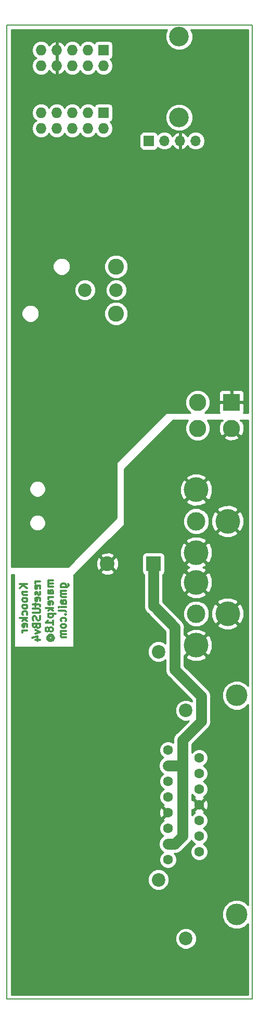
<source format=gbr>
G04 #@! TF.GenerationSoftware,KiCad,Pcbnew,(5.0.0-rc2-dev-586-g888c43477)*
G04 #@! TF.CreationDate,2018-06-27T13:15:06+02:00*
G04 #@! TF.ProjectId,resetUSB,72657365745553422E6B696361645F70,1.0*
G04 #@! TF.SameCoordinates,PX6ad8e7cPY2bcdfd4*
G04 #@! TF.FileFunction,Copper,L2,Bot,Signal*
G04 #@! TF.FilePolarity,Positive*
%FSLAX46Y46*%
G04 Gerber Fmt 4.6, Leading zero omitted, Abs format (unit mm)*
G04 Created by KiCad (PCBNEW (5.0.0-rc2-dev-586-g888c43477)) date 06/27/18 13:15:06*
%MOMM*%
%LPD*%
G01*
G04 APERTURE LIST*
%ADD10C,0.150000*%
%ADD11C,0.200000*%
%ADD12C,0.300000*%
%ADD13C,3.500000*%
%ADD14C,2.400000*%
%ADD15R,2.400000X2.400000*%
%ADD16C,2.200000*%
%ADD17C,2.600000*%
%ADD18O,1.727200X1.727200*%
%ADD19R,1.727200X1.727200*%
%ADD20C,4.000000*%
%ADD21C,3.000000*%
%ADD22C,1.600000*%
%ADD23C,2.800000*%
%ADD24R,2.800000X2.800000*%
%ADD25C,3.200000*%
%ADD26R,1.700000X1.700000*%
%ADD27O,1.700000X1.700000*%
%ADD28C,1.300000*%
%ADD29C,0.750000*%
%ADD30C,1.800000*%
%ADD31C,0.254000*%
G04 APERTURE END LIST*
D10*
X40000000Y-158000000D02*
X40000000Y0D01*
X0Y-158000000D02*
X40000000Y-158000000D01*
D11*
X0Y0D02*
X0Y-158000000D01*
D12*
X3329357Y-90714285D02*
X2129357Y-90714285D01*
X3329357Y-91400000D02*
X2643642Y-90885714D01*
X2129357Y-91400000D02*
X2815071Y-90714285D01*
X2529357Y-91914285D02*
X3329357Y-91914285D01*
X2643642Y-91914285D02*
X2586500Y-91971428D01*
X2529357Y-92085714D01*
X2529357Y-92257142D01*
X2586500Y-92371428D01*
X2700785Y-92428571D01*
X3329357Y-92428571D01*
X3329357Y-93171428D02*
X3272214Y-93057142D01*
X3215071Y-93000000D01*
X3100785Y-92942857D01*
X2757928Y-92942857D01*
X2643642Y-93000000D01*
X2586500Y-93057142D01*
X2529357Y-93171428D01*
X2529357Y-93342857D01*
X2586500Y-93457142D01*
X2643642Y-93514285D01*
X2757928Y-93571428D01*
X3100785Y-93571428D01*
X3215071Y-93514285D01*
X3272214Y-93457142D01*
X3329357Y-93342857D01*
X3329357Y-93171428D01*
X3329357Y-94257142D02*
X3272214Y-94142857D01*
X3215071Y-94085714D01*
X3100785Y-94028571D01*
X2757928Y-94028571D01*
X2643642Y-94085714D01*
X2586500Y-94142857D01*
X2529357Y-94257142D01*
X2529357Y-94428571D01*
X2586500Y-94542857D01*
X2643642Y-94600000D01*
X2757928Y-94657142D01*
X3100785Y-94657142D01*
X3215071Y-94600000D01*
X3272214Y-94542857D01*
X3329357Y-94428571D01*
X3329357Y-94257142D01*
X3272214Y-95685714D02*
X3329357Y-95571428D01*
X3329357Y-95342857D01*
X3272214Y-95228571D01*
X3215071Y-95171428D01*
X3100785Y-95114285D01*
X2757928Y-95114285D01*
X2643642Y-95171428D01*
X2586500Y-95228571D01*
X2529357Y-95342857D01*
X2529357Y-95571428D01*
X2586500Y-95685714D01*
X3329357Y-96200000D02*
X2129357Y-96200000D01*
X2872214Y-96314285D02*
X3329357Y-96657142D01*
X2529357Y-96657142D02*
X2986500Y-96200000D01*
X3272214Y-97628571D02*
X3329357Y-97514285D01*
X3329357Y-97285714D01*
X3272214Y-97171428D01*
X3157928Y-97114285D01*
X2700785Y-97114285D01*
X2586500Y-97171428D01*
X2529357Y-97285714D01*
X2529357Y-97514285D01*
X2586500Y-97628571D01*
X2700785Y-97685714D01*
X2815071Y-97685714D01*
X2929357Y-97114285D01*
X3329357Y-98200000D02*
X2529357Y-98200000D01*
X2757928Y-98200000D02*
X2643642Y-98257142D01*
X2586500Y-98314285D01*
X2529357Y-98428571D01*
X2529357Y-98542857D01*
X5429357Y-90228571D02*
X4629357Y-90228571D01*
X4857928Y-90228571D02*
X4743642Y-90285714D01*
X4686500Y-90342857D01*
X4629357Y-90457142D01*
X4629357Y-90571428D01*
X5372214Y-91428571D02*
X5429357Y-91314285D01*
X5429357Y-91085714D01*
X5372214Y-90971428D01*
X5257928Y-90914285D01*
X4800785Y-90914285D01*
X4686500Y-90971428D01*
X4629357Y-91085714D01*
X4629357Y-91314285D01*
X4686500Y-91428571D01*
X4800785Y-91485714D01*
X4915071Y-91485714D01*
X5029357Y-90914285D01*
X5372214Y-91942857D02*
X5429357Y-92057142D01*
X5429357Y-92285714D01*
X5372214Y-92400000D01*
X5257928Y-92457142D01*
X5200785Y-92457142D01*
X5086500Y-92400000D01*
X5029357Y-92285714D01*
X5029357Y-92114285D01*
X4972214Y-92000000D01*
X4857928Y-91942857D01*
X4800785Y-91942857D01*
X4686500Y-92000000D01*
X4629357Y-92114285D01*
X4629357Y-92285714D01*
X4686500Y-92400000D01*
X5372214Y-93428571D02*
X5429357Y-93314285D01*
X5429357Y-93085714D01*
X5372214Y-92971428D01*
X5257928Y-92914285D01*
X4800785Y-92914285D01*
X4686500Y-92971428D01*
X4629357Y-93085714D01*
X4629357Y-93314285D01*
X4686500Y-93428571D01*
X4800785Y-93485714D01*
X4915071Y-93485714D01*
X5029357Y-92914285D01*
X4629357Y-93828571D02*
X4629357Y-94285714D01*
X4229357Y-94000000D02*
X5257928Y-94000000D01*
X5372214Y-94057142D01*
X5429357Y-94171428D01*
X5429357Y-94285714D01*
X4229357Y-94685714D02*
X5200785Y-94685714D01*
X5315071Y-94742857D01*
X5372214Y-94800000D01*
X5429357Y-94914285D01*
X5429357Y-95142857D01*
X5372214Y-95257142D01*
X5315071Y-95314285D01*
X5200785Y-95371428D01*
X4229357Y-95371428D01*
X5372214Y-95885714D02*
X5429357Y-96057142D01*
X5429357Y-96342857D01*
X5372214Y-96457142D01*
X5315071Y-96514285D01*
X5200785Y-96571428D01*
X5086500Y-96571428D01*
X4972214Y-96514285D01*
X4915071Y-96457142D01*
X4857928Y-96342857D01*
X4800785Y-96114285D01*
X4743642Y-96000000D01*
X4686500Y-95942857D01*
X4572214Y-95885714D01*
X4457928Y-95885714D01*
X4343642Y-95942857D01*
X4286500Y-96000000D01*
X4229357Y-96114285D01*
X4229357Y-96400000D01*
X4286500Y-96571428D01*
X4800785Y-97485714D02*
X4857928Y-97657142D01*
X4915071Y-97714285D01*
X5029357Y-97771428D01*
X5200785Y-97771428D01*
X5315071Y-97714285D01*
X5372214Y-97657142D01*
X5429357Y-97542857D01*
X5429357Y-97085714D01*
X4229357Y-97085714D01*
X4229357Y-97485714D01*
X4286500Y-97600000D01*
X4343642Y-97657142D01*
X4457928Y-97714285D01*
X4572214Y-97714285D01*
X4686500Y-97657142D01*
X4743642Y-97600000D01*
X4800785Y-97485714D01*
X4800785Y-97085714D01*
X4629357Y-98171428D02*
X5429357Y-98457142D01*
X4629357Y-98742857D01*
X4629357Y-99714285D02*
X5429357Y-99714285D01*
X4172214Y-99428571D02*
X5029357Y-99142857D01*
X5029357Y-99885714D01*
X7529357Y-90114285D02*
X6729357Y-90114285D01*
X6843642Y-90114285D02*
X6786500Y-90171428D01*
X6729357Y-90285714D01*
X6729357Y-90457142D01*
X6786500Y-90571428D01*
X6900785Y-90628571D01*
X7529357Y-90628571D01*
X6900785Y-90628571D02*
X6786500Y-90685714D01*
X6729357Y-90800000D01*
X6729357Y-90971428D01*
X6786500Y-91085714D01*
X6900785Y-91142857D01*
X7529357Y-91142857D01*
X7529357Y-92228571D02*
X6900785Y-92228571D01*
X6786500Y-92171428D01*
X6729357Y-92057142D01*
X6729357Y-91828571D01*
X6786500Y-91714285D01*
X7472214Y-92228571D02*
X7529357Y-92114285D01*
X7529357Y-91828571D01*
X7472214Y-91714285D01*
X7357928Y-91657142D01*
X7243642Y-91657142D01*
X7129357Y-91714285D01*
X7072214Y-91828571D01*
X7072214Y-92114285D01*
X7015071Y-92228571D01*
X7529357Y-92800000D02*
X6729357Y-92800000D01*
X6957928Y-92800000D02*
X6843642Y-92857142D01*
X6786500Y-92914285D01*
X6729357Y-93028571D01*
X6729357Y-93142857D01*
X7472214Y-94000000D02*
X7529357Y-93885714D01*
X7529357Y-93657142D01*
X7472214Y-93542857D01*
X7357928Y-93485714D01*
X6900785Y-93485714D01*
X6786500Y-93542857D01*
X6729357Y-93657142D01*
X6729357Y-93885714D01*
X6786500Y-94000000D01*
X6900785Y-94057142D01*
X7015071Y-94057142D01*
X7129357Y-93485714D01*
X7529357Y-94571428D02*
X6329357Y-94571428D01*
X7072214Y-94685714D02*
X7529357Y-95028571D01*
X6729357Y-95028571D02*
X7186500Y-94571428D01*
X6729357Y-95542857D02*
X7929357Y-95542857D01*
X6786500Y-95542857D02*
X6729357Y-95657142D01*
X6729357Y-95885714D01*
X6786500Y-96000000D01*
X6843642Y-96057142D01*
X6957928Y-96114285D01*
X7300785Y-96114285D01*
X7415071Y-96057142D01*
X7472214Y-96000000D01*
X7529357Y-95885714D01*
X7529357Y-95657142D01*
X7472214Y-95542857D01*
X7529357Y-97257142D02*
X7529357Y-96571428D01*
X7529357Y-96914285D02*
X6329357Y-96914285D01*
X6500785Y-96800000D01*
X6615071Y-96685714D01*
X6672214Y-96571428D01*
X6843642Y-97942857D02*
X6786500Y-97828571D01*
X6729357Y-97771428D01*
X6615071Y-97714285D01*
X6557928Y-97714285D01*
X6443642Y-97771428D01*
X6386500Y-97828571D01*
X6329357Y-97942857D01*
X6329357Y-98171428D01*
X6386500Y-98285714D01*
X6443642Y-98342857D01*
X6557928Y-98400000D01*
X6615071Y-98400000D01*
X6729357Y-98342857D01*
X6786500Y-98285714D01*
X6843642Y-98171428D01*
X6843642Y-97942857D01*
X6900785Y-97828571D01*
X6957928Y-97771428D01*
X7072214Y-97714285D01*
X7300785Y-97714285D01*
X7415071Y-97771428D01*
X7472214Y-97828571D01*
X7529357Y-97942857D01*
X7529357Y-98171428D01*
X7472214Y-98285714D01*
X7415071Y-98342857D01*
X7300785Y-98400000D01*
X7072214Y-98400000D01*
X6957928Y-98342857D01*
X6900785Y-98285714D01*
X6843642Y-98171428D01*
X6957928Y-99657142D02*
X6900785Y-99600000D01*
X6843642Y-99485714D01*
X6843642Y-99371428D01*
X6900785Y-99257142D01*
X6957928Y-99200000D01*
X7072214Y-99142857D01*
X7186500Y-99142857D01*
X7300785Y-99200000D01*
X7357928Y-99257142D01*
X7415071Y-99371428D01*
X7415071Y-99485714D01*
X7357928Y-99600000D01*
X7300785Y-99657142D01*
X6843642Y-99657142D02*
X7300785Y-99657142D01*
X7357928Y-99714285D01*
X7357928Y-99771428D01*
X7300785Y-99885714D01*
X7186500Y-99942857D01*
X6900785Y-99942857D01*
X6729357Y-99828571D01*
X6615071Y-99657142D01*
X6557928Y-99428571D01*
X6615071Y-99200000D01*
X6729357Y-99028571D01*
X6900785Y-98914285D01*
X7129357Y-98857142D01*
X7357928Y-98914285D01*
X7529357Y-99028571D01*
X7643642Y-99200000D01*
X7700785Y-99428571D01*
X7643642Y-99657142D01*
X7529357Y-99828571D01*
X8829357Y-91171428D02*
X9800785Y-91171428D01*
X9915071Y-91114285D01*
X9972214Y-91057142D01*
X10029357Y-90942857D01*
X10029357Y-90771428D01*
X9972214Y-90657142D01*
X9572214Y-91171428D02*
X9629357Y-91057142D01*
X9629357Y-90828571D01*
X9572214Y-90714285D01*
X9515071Y-90657142D01*
X9400785Y-90600000D01*
X9057928Y-90600000D01*
X8943642Y-90657142D01*
X8886500Y-90714285D01*
X8829357Y-90828571D01*
X8829357Y-91057142D01*
X8886500Y-91171428D01*
X9629357Y-91742857D02*
X8829357Y-91742857D01*
X8943642Y-91742857D02*
X8886500Y-91800000D01*
X8829357Y-91914285D01*
X8829357Y-92085714D01*
X8886500Y-92200000D01*
X9000785Y-92257142D01*
X9629357Y-92257142D01*
X9000785Y-92257142D02*
X8886500Y-92314285D01*
X8829357Y-92428571D01*
X8829357Y-92600000D01*
X8886500Y-92714285D01*
X9000785Y-92771428D01*
X9629357Y-92771428D01*
X9629357Y-93857142D02*
X9000785Y-93857142D01*
X8886500Y-93800000D01*
X8829357Y-93685714D01*
X8829357Y-93457142D01*
X8886500Y-93342857D01*
X9572214Y-93857142D02*
X9629357Y-93742857D01*
X9629357Y-93457142D01*
X9572214Y-93342857D01*
X9457928Y-93285714D01*
X9343642Y-93285714D01*
X9229357Y-93342857D01*
X9172214Y-93457142D01*
X9172214Y-93742857D01*
X9115071Y-93857142D01*
X9629357Y-94428571D02*
X8829357Y-94428571D01*
X8429357Y-94428571D02*
X8486500Y-94371428D01*
X8543642Y-94428571D01*
X8486500Y-94485714D01*
X8429357Y-94428571D01*
X8543642Y-94428571D01*
X9629357Y-95171428D02*
X9572214Y-95057142D01*
X9457928Y-95000000D01*
X8429357Y-95000000D01*
X9515071Y-95628571D02*
X9572214Y-95685714D01*
X9629357Y-95628571D01*
X9572214Y-95571428D01*
X9515071Y-95628571D01*
X9629357Y-95628571D01*
X9572214Y-96714285D02*
X9629357Y-96600000D01*
X9629357Y-96371428D01*
X9572214Y-96257142D01*
X9515071Y-96200000D01*
X9400785Y-96142857D01*
X9057928Y-96142857D01*
X8943642Y-96200000D01*
X8886500Y-96257142D01*
X8829357Y-96371428D01*
X8829357Y-96600000D01*
X8886500Y-96714285D01*
X9629357Y-97400000D02*
X9572214Y-97285714D01*
X9515071Y-97228571D01*
X9400785Y-97171428D01*
X9057928Y-97171428D01*
X8943642Y-97228571D01*
X8886500Y-97285714D01*
X8829357Y-97400000D01*
X8829357Y-97571428D01*
X8886500Y-97685714D01*
X8943642Y-97742857D01*
X9057928Y-97800000D01*
X9400785Y-97800000D01*
X9515071Y-97742857D01*
X9572214Y-97685714D01*
X9629357Y-97571428D01*
X9629357Y-97400000D01*
X9629357Y-98314285D02*
X8829357Y-98314285D01*
X8943642Y-98314285D02*
X8886500Y-98371428D01*
X8829357Y-98485714D01*
X8829357Y-98657142D01*
X8886500Y-98771428D01*
X9000785Y-98828571D01*
X9629357Y-98828571D01*
X9000785Y-98828571D02*
X8886500Y-98885714D01*
X8829357Y-99000000D01*
X8829357Y-99171428D01*
X8886500Y-99285714D01*
X9000785Y-99342857D01*
X9629357Y-99342857D01*
D11*
X40000000Y0D02*
X0Y0D01*
D13*
X37444500Y-108750000D03*
X37444500Y-144250000D03*
D14*
X16376000Y-87392000D03*
D15*
X23876000Y-87392000D03*
D16*
X12710000Y-43000000D03*
X17790000Y-43000000D03*
D17*
X17790000Y-46810000D03*
X17790000Y-39190000D03*
D18*
X5588000Y-16764000D03*
X5588000Y-14224000D03*
X8128000Y-16764000D03*
X8128000Y-14224000D03*
X10668000Y-16764000D03*
X10668000Y-14224000D03*
X13208000Y-16764000D03*
X13208000Y-14224000D03*
X15748000Y-16764000D03*
D19*
X15748000Y-14224000D03*
D18*
X5588000Y-6604000D03*
X5588000Y-4064000D03*
X8128000Y-6604000D03*
X8128000Y-4064000D03*
X10668000Y-6604000D03*
X10668000Y-4064000D03*
X13208000Y-6604000D03*
X13208000Y-4064000D03*
X15748000Y-6604000D03*
D19*
X15748000Y-4064000D03*
D20*
X35936500Y-80492000D03*
D21*
X30836500Y-80492000D03*
D20*
X30836500Y-85592000D03*
X30836500Y-75392000D03*
X30836500Y-90392000D03*
X30836500Y-100592000D03*
D21*
X30836500Y-95492000D03*
D20*
X35936500Y-95492000D03*
D22*
X26244500Y-135385000D03*
X26244500Y-132845000D03*
X26244500Y-130305000D03*
X26244500Y-127765000D03*
X26244500Y-125225000D03*
X26244500Y-122685000D03*
X26244500Y-120145000D03*
X26244500Y-117605000D03*
X31324500Y-134115000D03*
X31324500Y-131575000D03*
X31324500Y-129035000D03*
X31324500Y-118875000D03*
X31324500Y-121415000D03*
X31324500Y-123955000D03*
X31324500Y-126495000D03*
D16*
X24706500Y-101650000D03*
X29146500Y-111180000D03*
X24706500Y-138650000D03*
X29146500Y-148180000D03*
D23*
X31076000Y-65414000D03*
X31076000Y-61214000D03*
X36576000Y-65414000D03*
D24*
X36576000Y-61214000D03*
D25*
X28043500Y-1853500D03*
X28043500Y-14993500D03*
D26*
X23114000Y-18796000D03*
D27*
X25654000Y-18796000D03*
X28194000Y-18796000D03*
X30734000Y-18796000D03*
D28*
X17018000Y-70866000D03*
X15748000Y-70866000D03*
X14478000Y-70866000D03*
X13208000Y-70866000D03*
X28321000Y-54737000D03*
X5410200Y-23393400D03*
X14454500Y-78618000D03*
X36917498Y-33701500D03*
X17348800Y-20853600D03*
X31748859Y-25547541D03*
X14454207Y-34838191D03*
X17018000Y-74676000D03*
X15748000Y-74676000D03*
D29*
X23936500Y-94278000D02*
X23876000Y-94217500D01*
D30*
X23876000Y-94217500D02*
X23876000Y-87392000D01*
X28638500Y-115998000D02*
X28638500Y-120062000D01*
X27368500Y-97710000D02*
X27368500Y-104568000D01*
X27368500Y-104568000D02*
X31686500Y-108886000D01*
X31686500Y-108886000D02*
X31686500Y-112950000D01*
X23936500Y-94278000D02*
X27368500Y-97710000D01*
X31686500Y-112950000D02*
X28638500Y-115998000D01*
X28638500Y-131582370D02*
X27375870Y-132845000D01*
X28555500Y-120145000D02*
X28638500Y-120062000D01*
X26244500Y-120145000D02*
X28555500Y-120145000D01*
X28638500Y-120062000D02*
X28638500Y-131582370D01*
X27375870Y-132845000D02*
X26244500Y-132845000D01*
D31*
G36*
X25808500Y-1408931D02*
X25808500Y-2298069D01*
X26148759Y-3119526D01*
X26777474Y-3748241D01*
X27598931Y-4088500D01*
X28488069Y-4088500D01*
X29309526Y-3748241D01*
X29938241Y-3119526D01*
X30278500Y-2298069D01*
X30278500Y-1408931D01*
X29999348Y-735000D01*
X39290001Y-735000D01*
X39290001Y-62873000D01*
X38556038Y-62873000D01*
X38611000Y-62740309D01*
X38611000Y-61499750D01*
X38452250Y-61341000D01*
X36703000Y-61341000D01*
X36703000Y-61361000D01*
X36449000Y-61361000D01*
X36449000Y-61341000D01*
X34699750Y-61341000D01*
X34541000Y-61499750D01*
X34541000Y-62740309D01*
X34595962Y-62873000D01*
X32294925Y-62873000D01*
X32801190Y-62366735D01*
X33111000Y-61618787D01*
X33111000Y-60809213D01*
X32801190Y-60061265D01*
X32427616Y-59687691D01*
X34541000Y-59687691D01*
X34541000Y-60928250D01*
X34699750Y-61087000D01*
X36449000Y-61087000D01*
X36449000Y-59337750D01*
X36703000Y-59337750D01*
X36703000Y-61087000D01*
X38452250Y-61087000D01*
X38611000Y-60928250D01*
X38611000Y-59687691D01*
X38514327Y-59454302D01*
X38335699Y-59275673D01*
X38102310Y-59179000D01*
X36861750Y-59179000D01*
X36703000Y-59337750D01*
X36449000Y-59337750D01*
X36290250Y-59179000D01*
X35049690Y-59179000D01*
X34816301Y-59275673D01*
X34637673Y-59454302D01*
X34541000Y-59687691D01*
X32427616Y-59687691D01*
X32228735Y-59488810D01*
X31480787Y-59179000D01*
X30671213Y-59179000D01*
X29923265Y-59488810D01*
X29350810Y-60061265D01*
X29041000Y-60809213D01*
X29041000Y-61618787D01*
X29350810Y-62366735D01*
X29857075Y-62873000D01*
X26000000Y-62873000D01*
X25951399Y-62882667D01*
X25910197Y-62910197D01*
X17910197Y-70910197D01*
X17882667Y-70951399D01*
X17873000Y-71000000D01*
X17873000Y-79947394D01*
X9947394Y-87873000D01*
X735000Y-87873000D01*
X735000Y-80484452D01*
X3665000Y-80484452D01*
X3665000Y-81015548D01*
X3868242Y-81506217D01*
X4243783Y-81881758D01*
X4734452Y-82085000D01*
X5265548Y-82085000D01*
X5756217Y-81881758D01*
X6131758Y-81506217D01*
X6335000Y-81015548D01*
X6335000Y-80484452D01*
X6131758Y-79993783D01*
X5756217Y-79618242D01*
X5265548Y-79415000D01*
X4734452Y-79415000D01*
X4243783Y-79618242D01*
X3868242Y-79993783D01*
X3665000Y-80484452D01*
X735000Y-80484452D01*
X735000Y-74984452D01*
X3665000Y-74984452D01*
X3665000Y-75515548D01*
X3868242Y-76006217D01*
X4243783Y-76381758D01*
X4734452Y-76585000D01*
X5265548Y-76585000D01*
X5756217Y-76381758D01*
X6131758Y-76006217D01*
X6335000Y-75515548D01*
X6335000Y-74984452D01*
X6131758Y-74493783D01*
X5756217Y-74118242D01*
X5265548Y-73915000D01*
X4734452Y-73915000D01*
X4243783Y-74118242D01*
X3868242Y-74493783D01*
X3665000Y-74984452D01*
X735000Y-74984452D01*
X735000Y-46524561D01*
X2385000Y-46524561D01*
X2385000Y-47095439D01*
X2603466Y-47622862D01*
X3007138Y-48026534D01*
X3534561Y-48245000D01*
X4105439Y-48245000D01*
X4632862Y-48026534D01*
X5036534Y-47622862D01*
X5255000Y-47095439D01*
X5255000Y-46524561D01*
X5213804Y-46425105D01*
X15855000Y-46425105D01*
X15855000Y-47194895D01*
X16149586Y-47906090D01*
X16693910Y-48450414D01*
X17405105Y-48745000D01*
X18174895Y-48745000D01*
X18886090Y-48450414D01*
X19430414Y-47906090D01*
X19725000Y-47194895D01*
X19725000Y-46425105D01*
X19430414Y-45713910D01*
X18886090Y-45169586D01*
X18174895Y-44875000D01*
X17405105Y-44875000D01*
X16693910Y-45169586D01*
X16149586Y-45713910D01*
X15855000Y-46425105D01*
X5213804Y-46425105D01*
X5036534Y-45997138D01*
X4632862Y-45593466D01*
X4105439Y-45375000D01*
X3534561Y-45375000D01*
X3007138Y-45593466D01*
X2603466Y-45997138D01*
X2385000Y-46524561D01*
X735000Y-46524561D01*
X735000Y-42654887D01*
X10975000Y-42654887D01*
X10975000Y-43345113D01*
X11239138Y-43982799D01*
X11727201Y-44470862D01*
X12364887Y-44735000D01*
X13055113Y-44735000D01*
X13692799Y-44470862D01*
X14180862Y-43982799D01*
X14445000Y-43345113D01*
X14445000Y-42654887D01*
X16055000Y-42654887D01*
X16055000Y-43345113D01*
X16319138Y-43982799D01*
X16807201Y-44470862D01*
X17444887Y-44735000D01*
X18135113Y-44735000D01*
X18772799Y-44470862D01*
X19260862Y-43982799D01*
X19525000Y-43345113D01*
X19525000Y-42654887D01*
X19260862Y-42017201D01*
X18772799Y-41529138D01*
X18135113Y-41265000D01*
X17444887Y-41265000D01*
X16807201Y-41529138D01*
X16319138Y-42017201D01*
X16055000Y-42654887D01*
X14445000Y-42654887D01*
X14180862Y-42017201D01*
X13692799Y-41529138D01*
X13055113Y-41265000D01*
X12364887Y-41265000D01*
X11727201Y-41529138D01*
X11239138Y-42017201D01*
X10975000Y-42654887D01*
X735000Y-42654887D01*
X735000Y-38904561D01*
X7465000Y-38904561D01*
X7465000Y-39475439D01*
X7683466Y-40002862D01*
X8087138Y-40406534D01*
X8614561Y-40625000D01*
X9185439Y-40625000D01*
X9712862Y-40406534D01*
X10116534Y-40002862D01*
X10335000Y-39475439D01*
X10335000Y-38904561D01*
X10293804Y-38805105D01*
X15855000Y-38805105D01*
X15855000Y-39574895D01*
X16149586Y-40286090D01*
X16693910Y-40830414D01*
X17405105Y-41125000D01*
X18174895Y-41125000D01*
X18886090Y-40830414D01*
X19430414Y-40286090D01*
X19725000Y-39574895D01*
X19725000Y-38805105D01*
X19430414Y-38093910D01*
X18886090Y-37549586D01*
X18174895Y-37255000D01*
X17405105Y-37255000D01*
X16693910Y-37549586D01*
X16149586Y-38093910D01*
X15855000Y-38805105D01*
X10293804Y-38805105D01*
X10116534Y-38377138D01*
X9712862Y-37973466D01*
X9185439Y-37755000D01*
X8614561Y-37755000D01*
X8087138Y-37973466D01*
X7683466Y-38377138D01*
X7465000Y-38904561D01*
X735000Y-38904561D01*
X735000Y-14224000D01*
X4060041Y-14224000D01*
X4176350Y-14808725D01*
X4507570Y-15304430D01*
X4791281Y-15494000D01*
X4507570Y-15683570D01*
X4176350Y-16179275D01*
X4060041Y-16764000D01*
X4176350Y-17348725D01*
X4507570Y-17844430D01*
X5003275Y-18175650D01*
X5440402Y-18262600D01*
X5735598Y-18262600D01*
X6172725Y-18175650D01*
X6668430Y-17844430D01*
X6858000Y-17560719D01*
X7047570Y-17844430D01*
X7543275Y-18175650D01*
X7980402Y-18262600D01*
X8275598Y-18262600D01*
X8712725Y-18175650D01*
X9208430Y-17844430D01*
X9398000Y-17560719D01*
X9587570Y-17844430D01*
X10083275Y-18175650D01*
X10520402Y-18262600D01*
X10815598Y-18262600D01*
X11252725Y-18175650D01*
X11748430Y-17844430D01*
X11938000Y-17560719D01*
X12127570Y-17844430D01*
X12623275Y-18175650D01*
X13060402Y-18262600D01*
X13355598Y-18262600D01*
X13792725Y-18175650D01*
X14288430Y-17844430D01*
X14478000Y-17560719D01*
X14667570Y-17844430D01*
X15163275Y-18175650D01*
X15600402Y-18262600D01*
X15895598Y-18262600D01*
X16332725Y-18175650D01*
X16676419Y-17946000D01*
X21616560Y-17946000D01*
X21616560Y-19646000D01*
X21665843Y-19893765D01*
X21806191Y-20103809D01*
X22016235Y-20244157D01*
X22264000Y-20293440D01*
X23964000Y-20293440D01*
X24211765Y-20244157D01*
X24421809Y-20103809D01*
X24562157Y-19893765D01*
X24571184Y-19848381D01*
X24583375Y-19866625D01*
X25074582Y-20194839D01*
X25507744Y-20281000D01*
X25800256Y-20281000D01*
X26233418Y-20194839D01*
X26724625Y-19866625D01*
X26937843Y-19547522D01*
X26998817Y-19677358D01*
X27427076Y-20067645D01*
X27837110Y-20237476D01*
X28067000Y-20116155D01*
X28067000Y-18923000D01*
X28047000Y-18923000D01*
X28047000Y-18669000D01*
X28067000Y-18669000D01*
X28067000Y-17475845D01*
X28321000Y-17475845D01*
X28321000Y-18669000D01*
X28341000Y-18669000D01*
X28341000Y-18923000D01*
X28321000Y-18923000D01*
X28321000Y-20116155D01*
X28550890Y-20237476D01*
X28960924Y-20067645D01*
X29389183Y-19677358D01*
X29450157Y-19547522D01*
X29663375Y-19866625D01*
X30154582Y-20194839D01*
X30587744Y-20281000D01*
X30880256Y-20281000D01*
X31313418Y-20194839D01*
X31804625Y-19866625D01*
X32132839Y-19375418D01*
X32248092Y-18796000D01*
X32132839Y-18216582D01*
X31804625Y-17725375D01*
X31313418Y-17397161D01*
X30880256Y-17311000D01*
X30587744Y-17311000D01*
X30154582Y-17397161D01*
X29663375Y-17725375D01*
X29450157Y-18044478D01*
X29389183Y-17914642D01*
X28960924Y-17524355D01*
X28550890Y-17354524D01*
X28321000Y-17475845D01*
X28067000Y-17475845D01*
X27837110Y-17354524D01*
X27427076Y-17524355D01*
X26998817Y-17914642D01*
X26937843Y-18044478D01*
X26724625Y-17725375D01*
X26233418Y-17397161D01*
X25800256Y-17311000D01*
X25507744Y-17311000D01*
X25074582Y-17397161D01*
X24583375Y-17725375D01*
X24571184Y-17743619D01*
X24562157Y-17698235D01*
X24421809Y-17488191D01*
X24211765Y-17347843D01*
X23964000Y-17298560D01*
X22264000Y-17298560D01*
X22016235Y-17347843D01*
X21806191Y-17488191D01*
X21665843Y-17698235D01*
X21616560Y-17946000D01*
X16676419Y-17946000D01*
X16828430Y-17844430D01*
X17159650Y-17348725D01*
X17275959Y-16764000D01*
X17159650Y-16179275D01*
X16833349Y-15690932D01*
X16859365Y-15685757D01*
X17069409Y-15545409D01*
X17209757Y-15335365D01*
X17259040Y-15087600D01*
X17259040Y-14548931D01*
X25808500Y-14548931D01*
X25808500Y-15438069D01*
X26148759Y-16259526D01*
X26777474Y-16888241D01*
X27598931Y-17228500D01*
X28488069Y-17228500D01*
X29309526Y-16888241D01*
X29938241Y-16259526D01*
X30278500Y-15438069D01*
X30278500Y-14548931D01*
X29938241Y-13727474D01*
X29309526Y-13098759D01*
X28488069Y-12758500D01*
X27598931Y-12758500D01*
X26777474Y-13098759D01*
X26148759Y-13727474D01*
X25808500Y-14548931D01*
X17259040Y-14548931D01*
X17259040Y-13360400D01*
X17209757Y-13112635D01*
X17069409Y-12902591D01*
X16859365Y-12762243D01*
X16611600Y-12712960D01*
X14884400Y-12712960D01*
X14636635Y-12762243D01*
X14426591Y-12902591D01*
X14286243Y-13112635D01*
X14281068Y-13138651D01*
X13792725Y-12812350D01*
X13355598Y-12725400D01*
X13060402Y-12725400D01*
X12623275Y-12812350D01*
X12127570Y-13143570D01*
X11938000Y-13427281D01*
X11748430Y-13143570D01*
X11252725Y-12812350D01*
X10815598Y-12725400D01*
X10520402Y-12725400D01*
X10083275Y-12812350D01*
X9587570Y-13143570D01*
X9398000Y-13427281D01*
X9208430Y-13143570D01*
X8712725Y-12812350D01*
X8275598Y-12725400D01*
X7980402Y-12725400D01*
X7543275Y-12812350D01*
X7047570Y-13143570D01*
X6858000Y-13427281D01*
X6668430Y-13143570D01*
X6172725Y-12812350D01*
X5735598Y-12725400D01*
X5440402Y-12725400D01*
X5003275Y-12812350D01*
X4507570Y-13143570D01*
X4176350Y-13639275D01*
X4060041Y-14224000D01*
X735000Y-14224000D01*
X735000Y-4064000D01*
X4060041Y-4064000D01*
X4176350Y-4648725D01*
X4507570Y-5144430D01*
X4791281Y-5334000D01*
X4507570Y-5523570D01*
X4176350Y-6019275D01*
X4060041Y-6604000D01*
X4176350Y-7188725D01*
X4507570Y-7684430D01*
X5003275Y-8015650D01*
X5440402Y-8102600D01*
X5735598Y-8102600D01*
X6172725Y-8015650D01*
X6668430Y-7684430D01*
X6861037Y-7396174D01*
X7239510Y-7810821D01*
X7768973Y-8058968D01*
X8001000Y-7938469D01*
X8001000Y-6731000D01*
X7981000Y-6731000D01*
X7981000Y-6477000D01*
X8001000Y-6477000D01*
X8001000Y-4191000D01*
X7981000Y-4191000D01*
X7981000Y-3937000D01*
X8001000Y-3937000D01*
X8001000Y-2729531D01*
X8255000Y-2729531D01*
X8255000Y-3937000D01*
X8275000Y-3937000D01*
X8275000Y-4191000D01*
X8255000Y-4191000D01*
X8255000Y-6477000D01*
X8275000Y-6477000D01*
X8275000Y-6731000D01*
X8255000Y-6731000D01*
X8255000Y-7938469D01*
X8487027Y-8058968D01*
X9016490Y-7810821D01*
X9394963Y-7396174D01*
X9587570Y-7684430D01*
X10083275Y-8015650D01*
X10520402Y-8102600D01*
X10815598Y-8102600D01*
X11252725Y-8015650D01*
X11748430Y-7684430D01*
X11938000Y-7400719D01*
X12127570Y-7684430D01*
X12623275Y-8015650D01*
X13060402Y-8102600D01*
X13355598Y-8102600D01*
X13792725Y-8015650D01*
X14288430Y-7684430D01*
X14478000Y-7400719D01*
X14667570Y-7684430D01*
X15163275Y-8015650D01*
X15600402Y-8102600D01*
X15895598Y-8102600D01*
X16332725Y-8015650D01*
X16828430Y-7684430D01*
X17159650Y-7188725D01*
X17275959Y-6604000D01*
X17159650Y-6019275D01*
X16833349Y-5530932D01*
X16859365Y-5525757D01*
X17069409Y-5385409D01*
X17209757Y-5175365D01*
X17259040Y-4927600D01*
X17259040Y-3200400D01*
X17209757Y-2952635D01*
X17069409Y-2742591D01*
X16859365Y-2602243D01*
X16611600Y-2552960D01*
X14884400Y-2552960D01*
X14636635Y-2602243D01*
X14426591Y-2742591D01*
X14286243Y-2952635D01*
X14281068Y-2978651D01*
X13792725Y-2652350D01*
X13355598Y-2565400D01*
X13060402Y-2565400D01*
X12623275Y-2652350D01*
X12127570Y-2983570D01*
X11938000Y-3267281D01*
X11748430Y-2983570D01*
X11252725Y-2652350D01*
X10815598Y-2565400D01*
X10520402Y-2565400D01*
X10083275Y-2652350D01*
X9587570Y-2983570D01*
X9394963Y-3271826D01*
X9016490Y-2857179D01*
X8487027Y-2609032D01*
X8255000Y-2729531D01*
X8001000Y-2729531D01*
X7768973Y-2609032D01*
X7239510Y-2857179D01*
X6861037Y-3271826D01*
X6668430Y-2983570D01*
X6172725Y-2652350D01*
X5735598Y-2565400D01*
X5440402Y-2565400D01*
X5003275Y-2652350D01*
X4507570Y-2983570D01*
X4176350Y-3479275D01*
X4060041Y-4064000D01*
X735000Y-4064000D01*
X735000Y-735000D01*
X26087652Y-735000D01*
X25808500Y-1408931D01*
X25808500Y-1408931D01*
G37*
X25808500Y-1408931D02*
X25808500Y-2298069D01*
X26148759Y-3119526D01*
X26777474Y-3748241D01*
X27598931Y-4088500D01*
X28488069Y-4088500D01*
X29309526Y-3748241D01*
X29938241Y-3119526D01*
X30278500Y-2298069D01*
X30278500Y-1408931D01*
X29999348Y-735000D01*
X39290001Y-735000D01*
X39290001Y-62873000D01*
X38556038Y-62873000D01*
X38611000Y-62740309D01*
X38611000Y-61499750D01*
X38452250Y-61341000D01*
X36703000Y-61341000D01*
X36703000Y-61361000D01*
X36449000Y-61361000D01*
X36449000Y-61341000D01*
X34699750Y-61341000D01*
X34541000Y-61499750D01*
X34541000Y-62740309D01*
X34595962Y-62873000D01*
X32294925Y-62873000D01*
X32801190Y-62366735D01*
X33111000Y-61618787D01*
X33111000Y-60809213D01*
X32801190Y-60061265D01*
X32427616Y-59687691D01*
X34541000Y-59687691D01*
X34541000Y-60928250D01*
X34699750Y-61087000D01*
X36449000Y-61087000D01*
X36449000Y-59337750D01*
X36703000Y-59337750D01*
X36703000Y-61087000D01*
X38452250Y-61087000D01*
X38611000Y-60928250D01*
X38611000Y-59687691D01*
X38514327Y-59454302D01*
X38335699Y-59275673D01*
X38102310Y-59179000D01*
X36861750Y-59179000D01*
X36703000Y-59337750D01*
X36449000Y-59337750D01*
X36290250Y-59179000D01*
X35049690Y-59179000D01*
X34816301Y-59275673D01*
X34637673Y-59454302D01*
X34541000Y-59687691D01*
X32427616Y-59687691D01*
X32228735Y-59488810D01*
X31480787Y-59179000D01*
X30671213Y-59179000D01*
X29923265Y-59488810D01*
X29350810Y-60061265D01*
X29041000Y-60809213D01*
X29041000Y-61618787D01*
X29350810Y-62366735D01*
X29857075Y-62873000D01*
X26000000Y-62873000D01*
X25951399Y-62882667D01*
X25910197Y-62910197D01*
X17910197Y-70910197D01*
X17882667Y-70951399D01*
X17873000Y-71000000D01*
X17873000Y-79947394D01*
X9947394Y-87873000D01*
X735000Y-87873000D01*
X735000Y-80484452D01*
X3665000Y-80484452D01*
X3665000Y-81015548D01*
X3868242Y-81506217D01*
X4243783Y-81881758D01*
X4734452Y-82085000D01*
X5265548Y-82085000D01*
X5756217Y-81881758D01*
X6131758Y-81506217D01*
X6335000Y-81015548D01*
X6335000Y-80484452D01*
X6131758Y-79993783D01*
X5756217Y-79618242D01*
X5265548Y-79415000D01*
X4734452Y-79415000D01*
X4243783Y-79618242D01*
X3868242Y-79993783D01*
X3665000Y-80484452D01*
X735000Y-80484452D01*
X735000Y-74984452D01*
X3665000Y-74984452D01*
X3665000Y-75515548D01*
X3868242Y-76006217D01*
X4243783Y-76381758D01*
X4734452Y-76585000D01*
X5265548Y-76585000D01*
X5756217Y-76381758D01*
X6131758Y-76006217D01*
X6335000Y-75515548D01*
X6335000Y-74984452D01*
X6131758Y-74493783D01*
X5756217Y-74118242D01*
X5265548Y-73915000D01*
X4734452Y-73915000D01*
X4243783Y-74118242D01*
X3868242Y-74493783D01*
X3665000Y-74984452D01*
X735000Y-74984452D01*
X735000Y-46524561D01*
X2385000Y-46524561D01*
X2385000Y-47095439D01*
X2603466Y-47622862D01*
X3007138Y-48026534D01*
X3534561Y-48245000D01*
X4105439Y-48245000D01*
X4632862Y-48026534D01*
X5036534Y-47622862D01*
X5255000Y-47095439D01*
X5255000Y-46524561D01*
X5213804Y-46425105D01*
X15855000Y-46425105D01*
X15855000Y-47194895D01*
X16149586Y-47906090D01*
X16693910Y-48450414D01*
X17405105Y-48745000D01*
X18174895Y-48745000D01*
X18886090Y-48450414D01*
X19430414Y-47906090D01*
X19725000Y-47194895D01*
X19725000Y-46425105D01*
X19430414Y-45713910D01*
X18886090Y-45169586D01*
X18174895Y-44875000D01*
X17405105Y-44875000D01*
X16693910Y-45169586D01*
X16149586Y-45713910D01*
X15855000Y-46425105D01*
X5213804Y-46425105D01*
X5036534Y-45997138D01*
X4632862Y-45593466D01*
X4105439Y-45375000D01*
X3534561Y-45375000D01*
X3007138Y-45593466D01*
X2603466Y-45997138D01*
X2385000Y-46524561D01*
X735000Y-46524561D01*
X735000Y-42654887D01*
X10975000Y-42654887D01*
X10975000Y-43345113D01*
X11239138Y-43982799D01*
X11727201Y-44470862D01*
X12364887Y-44735000D01*
X13055113Y-44735000D01*
X13692799Y-44470862D01*
X14180862Y-43982799D01*
X14445000Y-43345113D01*
X14445000Y-42654887D01*
X16055000Y-42654887D01*
X16055000Y-43345113D01*
X16319138Y-43982799D01*
X16807201Y-44470862D01*
X17444887Y-44735000D01*
X18135113Y-44735000D01*
X18772799Y-44470862D01*
X19260862Y-43982799D01*
X19525000Y-43345113D01*
X19525000Y-42654887D01*
X19260862Y-42017201D01*
X18772799Y-41529138D01*
X18135113Y-41265000D01*
X17444887Y-41265000D01*
X16807201Y-41529138D01*
X16319138Y-42017201D01*
X16055000Y-42654887D01*
X14445000Y-42654887D01*
X14180862Y-42017201D01*
X13692799Y-41529138D01*
X13055113Y-41265000D01*
X12364887Y-41265000D01*
X11727201Y-41529138D01*
X11239138Y-42017201D01*
X10975000Y-42654887D01*
X735000Y-42654887D01*
X735000Y-38904561D01*
X7465000Y-38904561D01*
X7465000Y-39475439D01*
X7683466Y-40002862D01*
X8087138Y-40406534D01*
X8614561Y-40625000D01*
X9185439Y-40625000D01*
X9712862Y-40406534D01*
X10116534Y-40002862D01*
X10335000Y-39475439D01*
X10335000Y-38904561D01*
X10293804Y-38805105D01*
X15855000Y-38805105D01*
X15855000Y-39574895D01*
X16149586Y-40286090D01*
X16693910Y-40830414D01*
X17405105Y-41125000D01*
X18174895Y-41125000D01*
X18886090Y-40830414D01*
X19430414Y-40286090D01*
X19725000Y-39574895D01*
X19725000Y-38805105D01*
X19430414Y-38093910D01*
X18886090Y-37549586D01*
X18174895Y-37255000D01*
X17405105Y-37255000D01*
X16693910Y-37549586D01*
X16149586Y-38093910D01*
X15855000Y-38805105D01*
X10293804Y-38805105D01*
X10116534Y-38377138D01*
X9712862Y-37973466D01*
X9185439Y-37755000D01*
X8614561Y-37755000D01*
X8087138Y-37973466D01*
X7683466Y-38377138D01*
X7465000Y-38904561D01*
X735000Y-38904561D01*
X735000Y-14224000D01*
X4060041Y-14224000D01*
X4176350Y-14808725D01*
X4507570Y-15304430D01*
X4791281Y-15494000D01*
X4507570Y-15683570D01*
X4176350Y-16179275D01*
X4060041Y-16764000D01*
X4176350Y-17348725D01*
X4507570Y-17844430D01*
X5003275Y-18175650D01*
X5440402Y-18262600D01*
X5735598Y-18262600D01*
X6172725Y-18175650D01*
X6668430Y-17844430D01*
X6858000Y-17560719D01*
X7047570Y-17844430D01*
X7543275Y-18175650D01*
X7980402Y-18262600D01*
X8275598Y-18262600D01*
X8712725Y-18175650D01*
X9208430Y-17844430D01*
X9398000Y-17560719D01*
X9587570Y-17844430D01*
X10083275Y-18175650D01*
X10520402Y-18262600D01*
X10815598Y-18262600D01*
X11252725Y-18175650D01*
X11748430Y-17844430D01*
X11938000Y-17560719D01*
X12127570Y-17844430D01*
X12623275Y-18175650D01*
X13060402Y-18262600D01*
X13355598Y-18262600D01*
X13792725Y-18175650D01*
X14288430Y-17844430D01*
X14478000Y-17560719D01*
X14667570Y-17844430D01*
X15163275Y-18175650D01*
X15600402Y-18262600D01*
X15895598Y-18262600D01*
X16332725Y-18175650D01*
X16676419Y-17946000D01*
X21616560Y-17946000D01*
X21616560Y-19646000D01*
X21665843Y-19893765D01*
X21806191Y-20103809D01*
X22016235Y-20244157D01*
X22264000Y-20293440D01*
X23964000Y-20293440D01*
X24211765Y-20244157D01*
X24421809Y-20103809D01*
X24562157Y-19893765D01*
X24571184Y-19848381D01*
X24583375Y-19866625D01*
X25074582Y-20194839D01*
X25507744Y-20281000D01*
X25800256Y-20281000D01*
X26233418Y-20194839D01*
X26724625Y-19866625D01*
X26937843Y-19547522D01*
X26998817Y-19677358D01*
X27427076Y-20067645D01*
X27837110Y-20237476D01*
X28067000Y-20116155D01*
X28067000Y-18923000D01*
X28047000Y-18923000D01*
X28047000Y-18669000D01*
X28067000Y-18669000D01*
X28067000Y-17475845D01*
X28321000Y-17475845D01*
X28321000Y-18669000D01*
X28341000Y-18669000D01*
X28341000Y-18923000D01*
X28321000Y-18923000D01*
X28321000Y-20116155D01*
X28550890Y-20237476D01*
X28960924Y-20067645D01*
X29389183Y-19677358D01*
X29450157Y-19547522D01*
X29663375Y-19866625D01*
X30154582Y-20194839D01*
X30587744Y-20281000D01*
X30880256Y-20281000D01*
X31313418Y-20194839D01*
X31804625Y-19866625D01*
X32132839Y-19375418D01*
X32248092Y-18796000D01*
X32132839Y-18216582D01*
X31804625Y-17725375D01*
X31313418Y-17397161D01*
X30880256Y-17311000D01*
X30587744Y-17311000D01*
X30154582Y-17397161D01*
X29663375Y-17725375D01*
X29450157Y-18044478D01*
X29389183Y-17914642D01*
X28960924Y-17524355D01*
X28550890Y-17354524D01*
X28321000Y-17475845D01*
X28067000Y-17475845D01*
X27837110Y-17354524D01*
X27427076Y-17524355D01*
X26998817Y-17914642D01*
X26937843Y-18044478D01*
X26724625Y-17725375D01*
X26233418Y-17397161D01*
X25800256Y-17311000D01*
X25507744Y-17311000D01*
X25074582Y-17397161D01*
X24583375Y-17725375D01*
X24571184Y-17743619D01*
X24562157Y-17698235D01*
X24421809Y-17488191D01*
X24211765Y-17347843D01*
X23964000Y-17298560D01*
X22264000Y-17298560D01*
X22016235Y-17347843D01*
X21806191Y-17488191D01*
X21665843Y-17698235D01*
X21616560Y-17946000D01*
X16676419Y-17946000D01*
X16828430Y-17844430D01*
X17159650Y-17348725D01*
X17275959Y-16764000D01*
X17159650Y-16179275D01*
X16833349Y-15690932D01*
X16859365Y-15685757D01*
X17069409Y-15545409D01*
X17209757Y-15335365D01*
X17259040Y-15087600D01*
X17259040Y-14548931D01*
X25808500Y-14548931D01*
X25808500Y-15438069D01*
X26148759Y-16259526D01*
X26777474Y-16888241D01*
X27598931Y-17228500D01*
X28488069Y-17228500D01*
X29309526Y-16888241D01*
X29938241Y-16259526D01*
X30278500Y-15438069D01*
X30278500Y-14548931D01*
X29938241Y-13727474D01*
X29309526Y-13098759D01*
X28488069Y-12758500D01*
X27598931Y-12758500D01*
X26777474Y-13098759D01*
X26148759Y-13727474D01*
X25808500Y-14548931D01*
X17259040Y-14548931D01*
X17259040Y-13360400D01*
X17209757Y-13112635D01*
X17069409Y-12902591D01*
X16859365Y-12762243D01*
X16611600Y-12712960D01*
X14884400Y-12712960D01*
X14636635Y-12762243D01*
X14426591Y-12902591D01*
X14286243Y-13112635D01*
X14281068Y-13138651D01*
X13792725Y-12812350D01*
X13355598Y-12725400D01*
X13060402Y-12725400D01*
X12623275Y-12812350D01*
X12127570Y-13143570D01*
X11938000Y-13427281D01*
X11748430Y-13143570D01*
X11252725Y-12812350D01*
X10815598Y-12725400D01*
X10520402Y-12725400D01*
X10083275Y-12812350D01*
X9587570Y-13143570D01*
X9398000Y-13427281D01*
X9208430Y-13143570D01*
X8712725Y-12812350D01*
X8275598Y-12725400D01*
X7980402Y-12725400D01*
X7543275Y-12812350D01*
X7047570Y-13143570D01*
X6858000Y-13427281D01*
X6668430Y-13143570D01*
X6172725Y-12812350D01*
X5735598Y-12725400D01*
X5440402Y-12725400D01*
X5003275Y-12812350D01*
X4507570Y-13143570D01*
X4176350Y-13639275D01*
X4060041Y-14224000D01*
X735000Y-14224000D01*
X735000Y-4064000D01*
X4060041Y-4064000D01*
X4176350Y-4648725D01*
X4507570Y-5144430D01*
X4791281Y-5334000D01*
X4507570Y-5523570D01*
X4176350Y-6019275D01*
X4060041Y-6604000D01*
X4176350Y-7188725D01*
X4507570Y-7684430D01*
X5003275Y-8015650D01*
X5440402Y-8102600D01*
X5735598Y-8102600D01*
X6172725Y-8015650D01*
X6668430Y-7684430D01*
X6861037Y-7396174D01*
X7239510Y-7810821D01*
X7768973Y-8058968D01*
X8001000Y-7938469D01*
X8001000Y-6731000D01*
X7981000Y-6731000D01*
X7981000Y-6477000D01*
X8001000Y-6477000D01*
X8001000Y-4191000D01*
X7981000Y-4191000D01*
X7981000Y-3937000D01*
X8001000Y-3937000D01*
X8001000Y-2729531D01*
X8255000Y-2729531D01*
X8255000Y-3937000D01*
X8275000Y-3937000D01*
X8275000Y-4191000D01*
X8255000Y-4191000D01*
X8255000Y-6477000D01*
X8275000Y-6477000D01*
X8275000Y-6731000D01*
X8255000Y-6731000D01*
X8255000Y-7938469D01*
X8487027Y-8058968D01*
X9016490Y-7810821D01*
X9394963Y-7396174D01*
X9587570Y-7684430D01*
X10083275Y-8015650D01*
X10520402Y-8102600D01*
X10815598Y-8102600D01*
X11252725Y-8015650D01*
X11748430Y-7684430D01*
X11938000Y-7400719D01*
X12127570Y-7684430D01*
X12623275Y-8015650D01*
X13060402Y-8102600D01*
X13355598Y-8102600D01*
X13792725Y-8015650D01*
X14288430Y-7684430D01*
X14478000Y-7400719D01*
X14667570Y-7684430D01*
X15163275Y-8015650D01*
X15600402Y-8102600D01*
X15895598Y-8102600D01*
X16332725Y-8015650D01*
X16828430Y-7684430D01*
X17159650Y-7188725D01*
X17275959Y-6604000D01*
X17159650Y-6019275D01*
X16833349Y-5530932D01*
X16859365Y-5525757D01*
X17069409Y-5385409D01*
X17209757Y-5175365D01*
X17259040Y-4927600D01*
X17259040Y-3200400D01*
X17209757Y-2952635D01*
X17069409Y-2742591D01*
X16859365Y-2602243D01*
X16611600Y-2552960D01*
X14884400Y-2552960D01*
X14636635Y-2602243D01*
X14426591Y-2742591D01*
X14286243Y-2952635D01*
X14281068Y-2978651D01*
X13792725Y-2652350D01*
X13355598Y-2565400D01*
X13060402Y-2565400D01*
X12623275Y-2652350D01*
X12127570Y-2983570D01*
X11938000Y-3267281D01*
X11748430Y-2983570D01*
X11252725Y-2652350D01*
X10815598Y-2565400D01*
X10520402Y-2565400D01*
X10083275Y-2652350D01*
X9587570Y-2983570D01*
X9394963Y-3271826D01*
X9016490Y-2857179D01*
X8487027Y-2609032D01*
X8255000Y-2729531D01*
X8001000Y-2729531D01*
X7768973Y-2609032D01*
X7239510Y-2857179D01*
X6861037Y-3271826D01*
X6668430Y-2983570D01*
X6172725Y-2652350D01*
X5735598Y-2565400D01*
X5440402Y-2565400D01*
X5003275Y-2652350D01*
X4507570Y-2983570D01*
X4176350Y-3479275D01*
X4060041Y-4064000D01*
X735000Y-4064000D01*
X735000Y-735000D01*
X26087652Y-735000D01*
X25808500Y-1408931D01*
G36*
X29350810Y-64261265D02*
X29041000Y-65009213D01*
X29041000Y-65818787D01*
X29350810Y-66566735D01*
X29923265Y-67139190D01*
X30671213Y-67449000D01*
X31480787Y-67449000D01*
X32228735Y-67139190D01*
X32512201Y-66855724D01*
X35313882Y-66855724D01*
X35461455Y-67164106D01*
X36216031Y-67457405D01*
X37025409Y-67439614D01*
X37690545Y-67164106D01*
X37838118Y-66855724D01*
X36576000Y-65593605D01*
X35313882Y-66855724D01*
X32512201Y-66855724D01*
X32801190Y-66566735D01*
X33111000Y-65818787D01*
X33111000Y-65009213D01*
X32801190Y-64261265D01*
X32666925Y-64127000D01*
X35109392Y-64127000D01*
X35134275Y-64151883D01*
X34825894Y-64299455D01*
X34532595Y-65054031D01*
X34550386Y-65863409D01*
X34825894Y-66528545D01*
X35134276Y-66676118D01*
X36396395Y-65414000D01*
X36382252Y-65399858D01*
X36561858Y-65220252D01*
X36576000Y-65234395D01*
X36590142Y-65220252D01*
X36769748Y-65399858D01*
X36755605Y-65414000D01*
X38017724Y-66676118D01*
X38326106Y-66528545D01*
X38619405Y-65773969D01*
X38601614Y-64964591D01*
X38326106Y-64299455D01*
X38017725Y-64151883D01*
X38042608Y-64127000D01*
X39290000Y-64127000D01*
X39290000Y-107222601D01*
X38795494Y-106728095D01*
X37918906Y-106365000D01*
X36970094Y-106365000D01*
X36093506Y-106728095D01*
X35422595Y-107399006D01*
X35059500Y-108275594D01*
X35059500Y-109224406D01*
X35422595Y-110100994D01*
X36093506Y-110771905D01*
X36970094Y-111135000D01*
X37918906Y-111135000D01*
X38795494Y-110771905D01*
X39290000Y-110277399D01*
X39290000Y-142722601D01*
X38795494Y-142228095D01*
X37918906Y-141865000D01*
X36970094Y-141865000D01*
X36093506Y-142228095D01*
X35422595Y-142899006D01*
X35059500Y-143775594D01*
X35059500Y-144724406D01*
X35422595Y-145600994D01*
X36093506Y-146271905D01*
X36970094Y-146635000D01*
X37918906Y-146635000D01*
X38795494Y-146271905D01*
X39290000Y-145777399D01*
X39290000Y-157290000D01*
X735000Y-157290000D01*
X735000Y-147834887D01*
X27411500Y-147834887D01*
X27411500Y-148525113D01*
X27675638Y-149162799D01*
X28163701Y-149650862D01*
X28801387Y-149915000D01*
X29491613Y-149915000D01*
X30129299Y-149650862D01*
X30617362Y-149162799D01*
X30881500Y-148525113D01*
X30881500Y-147834887D01*
X30617362Y-147197201D01*
X30129299Y-146709138D01*
X29491613Y-146445000D01*
X28801387Y-146445000D01*
X28163701Y-146709138D01*
X27675638Y-147197201D01*
X27411500Y-147834887D01*
X735000Y-147834887D01*
X735000Y-138304887D01*
X22971500Y-138304887D01*
X22971500Y-138995113D01*
X23235638Y-139632799D01*
X23723701Y-140120862D01*
X24361387Y-140385000D01*
X25051613Y-140385000D01*
X25689299Y-140120862D01*
X26177362Y-139632799D01*
X26441500Y-138995113D01*
X26441500Y-138304887D01*
X26177362Y-137667201D01*
X25689299Y-137179138D01*
X25051613Y-136915000D01*
X24361387Y-136915000D01*
X23723701Y-137179138D01*
X23235638Y-137667201D01*
X22971500Y-138304887D01*
X735000Y-138304887D01*
X735000Y-127548223D01*
X24797535Y-127548223D01*
X24824722Y-128118454D01*
X24990636Y-128519005D01*
X25236755Y-128593139D01*
X26064895Y-127765000D01*
X25236755Y-126936861D01*
X24990636Y-127010995D01*
X24797535Y-127548223D01*
X735000Y-127548223D01*
X735000Y-89127000D01*
X1212500Y-89127000D01*
X1212500Y-100956428D01*
X10882500Y-100956428D01*
X10882500Y-89127000D01*
X11000000Y-89127000D01*
X11048601Y-89117333D01*
X11089803Y-89089803D01*
X11490431Y-88689175D01*
X15258430Y-88689175D01*
X15381565Y-88976788D01*
X16063734Y-89236707D01*
X16793443Y-89215786D01*
X17370435Y-88976788D01*
X17493570Y-88689175D01*
X16376000Y-87571605D01*
X15258430Y-88689175D01*
X11490431Y-88689175D01*
X13099872Y-87079734D01*
X14531293Y-87079734D01*
X14552214Y-87809443D01*
X14791212Y-88386435D01*
X15078825Y-88509570D01*
X16196395Y-87392000D01*
X16555605Y-87392000D01*
X17673175Y-88509570D01*
X17960788Y-88386435D01*
X18220707Y-87704266D01*
X18199786Y-86974557D01*
X17960788Y-86397565D01*
X17673175Y-86274430D01*
X16555605Y-87392000D01*
X16196395Y-87392000D01*
X15078825Y-86274430D01*
X14791212Y-86397565D01*
X14531293Y-87079734D01*
X13099872Y-87079734D01*
X14084781Y-86094825D01*
X15258430Y-86094825D01*
X16376000Y-87212395D01*
X17396395Y-86192000D01*
X22028560Y-86192000D01*
X22028560Y-88592000D01*
X22077843Y-88839765D01*
X22218191Y-89049809D01*
X22341001Y-89131868D01*
X22341000Y-94368681D01*
X22430062Y-94816426D01*
X22769327Y-95324173D01*
X22897495Y-95409812D01*
X25833500Y-98345818D01*
X25833500Y-100323339D01*
X25689299Y-100179138D01*
X25051613Y-99915000D01*
X24361387Y-99915000D01*
X23723701Y-100179138D01*
X23235638Y-100667201D01*
X22971500Y-101304887D01*
X22971500Y-101995113D01*
X23235638Y-102632799D01*
X23723701Y-103120862D01*
X24361387Y-103385000D01*
X25051613Y-103385000D01*
X25689299Y-103120862D01*
X25833501Y-102976660D01*
X25833501Y-104416818D01*
X25803429Y-104568000D01*
X25833501Y-104719182D01*
X25922563Y-105166927D01*
X26261828Y-105674673D01*
X26389993Y-105760310D01*
X30151500Y-109521818D01*
X30151500Y-109731339D01*
X30129299Y-109709138D01*
X29491613Y-109445000D01*
X28801387Y-109445000D01*
X28163701Y-109709138D01*
X27675638Y-110197201D01*
X27411500Y-110834887D01*
X27411500Y-111525113D01*
X27675638Y-112162799D01*
X28163701Y-112650862D01*
X28801387Y-112915000D01*
X29491613Y-112915000D01*
X29592451Y-112873232D01*
X27659995Y-114805688D01*
X27531827Y-114891327D01*
X27192562Y-115399074D01*
X27103500Y-115846819D01*
X27103500Y-115846823D01*
X27073429Y-115998000D01*
X27103500Y-116149177D01*
X27103500Y-116434604D01*
X27057362Y-116388466D01*
X26529939Y-116170000D01*
X25959061Y-116170000D01*
X25431638Y-116388466D01*
X25027966Y-116792138D01*
X24809500Y-117319561D01*
X24809500Y-117890439D01*
X25027966Y-118417862D01*
X25431638Y-118821534D01*
X25450554Y-118829369D01*
X25137827Y-119038327D01*
X24798562Y-119546073D01*
X24679428Y-120145000D01*
X24798562Y-120743927D01*
X25137827Y-121251673D01*
X25450554Y-121460631D01*
X25431638Y-121468466D01*
X25027966Y-121872138D01*
X24809500Y-122399561D01*
X24809500Y-122970439D01*
X25027966Y-123497862D01*
X25431638Y-123901534D01*
X25560716Y-123955000D01*
X25431638Y-124008466D01*
X25027966Y-124412138D01*
X24809500Y-124939561D01*
X24809500Y-125510439D01*
X25027966Y-126037862D01*
X25431638Y-126441534D01*
X25545083Y-126488525D01*
X25490495Y-126511136D01*
X25416361Y-126757255D01*
X26244500Y-127585395D01*
X26258642Y-127571252D01*
X26438248Y-127750858D01*
X26424105Y-127765000D01*
X26438248Y-127779142D01*
X26258642Y-127958748D01*
X26244500Y-127944605D01*
X25416361Y-128772745D01*
X25490495Y-129018864D01*
X25548948Y-129039874D01*
X25431638Y-129088466D01*
X25027966Y-129492138D01*
X24809500Y-130019561D01*
X24809500Y-130590439D01*
X25027966Y-131117862D01*
X25431638Y-131521534D01*
X25450554Y-131529369D01*
X25137827Y-131738327D01*
X24798562Y-132246073D01*
X24679428Y-132845000D01*
X24798562Y-133443927D01*
X25137827Y-133951673D01*
X25450554Y-134160631D01*
X25431638Y-134168466D01*
X25027966Y-134572138D01*
X24809500Y-135099561D01*
X24809500Y-135670439D01*
X25027966Y-136197862D01*
X25431638Y-136601534D01*
X25959061Y-136820000D01*
X26529939Y-136820000D01*
X27057362Y-136601534D01*
X27461034Y-136197862D01*
X27679500Y-135670439D01*
X27679500Y-135099561D01*
X27461034Y-134572138D01*
X27279872Y-134390976D01*
X27375870Y-134410071D01*
X27527047Y-134380000D01*
X27527052Y-134380000D01*
X27974797Y-134290938D01*
X28482543Y-133951673D01*
X28568182Y-133823505D01*
X29617007Y-132774681D01*
X29745173Y-132689043D01*
X30046143Y-132238609D01*
X30107966Y-132387862D01*
X30511638Y-132791534D01*
X30640716Y-132845000D01*
X30511638Y-132898466D01*
X30107966Y-133302138D01*
X29889500Y-133829561D01*
X29889500Y-134400439D01*
X30107966Y-134927862D01*
X30511638Y-135331534D01*
X31039061Y-135550000D01*
X31609939Y-135550000D01*
X32137362Y-135331534D01*
X32541034Y-134927862D01*
X32759500Y-134400439D01*
X32759500Y-133829561D01*
X32541034Y-133302138D01*
X32137362Y-132898466D01*
X32008284Y-132845000D01*
X32137362Y-132791534D01*
X32541034Y-132387862D01*
X32759500Y-131860439D01*
X32759500Y-131289561D01*
X32541034Y-130762138D01*
X32137362Y-130358466D01*
X32008284Y-130305000D01*
X32137362Y-130251534D01*
X32541034Y-129847862D01*
X32759500Y-129320439D01*
X32759500Y-128749561D01*
X32541034Y-128222138D01*
X32137362Y-127818466D01*
X32023917Y-127771475D01*
X32078505Y-127748864D01*
X32152639Y-127502745D01*
X31324500Y-126674605D01*
X30496361Y-127502745D01*
X30570495Y-127748864D01*
X30628948Y-127769874D01*
X30511638Y-127818466D01*
X30173500Y-128156604D01*
X30173500Y-127279989D01*
X30316755Y-127323139D01*
X31144895Y-126495000D01*
X31504105Y-126495000D01*
X32332245Y-127323139D01*
X32578364Y-127249005D01*
X32771465Y-126711777D01*
X32744278Y-126141546D01*
X32578364Y-125740995D01*
X32332245Y-125666861D01*
X31504105Y-126495000D01*
X31144895Y-126495000D01*
X30316755Y-125666861D01*
X30173500Y-125710011D01*
X30173500Y-124833396D01*
X30511638Y-125171534D01*
X30625083Y-125218525D01*
X30570495Y-125241136D01*
X30496361Y-125487255D01*
X31324500Y-126315395D01*
X32152639Y-125487255D01*
X32078505Y-125241136D01*
X32020052Y-125220126D01*
X32137362Y-125171534D01*
X32541034Y-124767862D01*
X32759500Y-124240439D01*
X32759500Y-123669561D01*
X32541034Y-123142138D01*
X32137362Y-122738466D01*
X32008284Y-122685000D01*
X32137362Y-122631534D01*
X32541034Y-122227862D01*
X32759500Y-121700439D01*
X32759500Y-121129561D01*
X32541034Y-120602138D01*
X32137362Y-120198466D01*
X32008284Y-120145000D01*
X32137362Y-120091534D01*
X32541034Y-119687862D01*
X32759500Y-119160439D01*
X32759500Y-118589561D01*
X32541034Y-118062138D01*
X32137362Y-117658466D01*
X31609939Y-117440000D01*
X31039061Y-117440000D01*
X30511638Y-117658466D01*
X30173500Y-117996604D01*
X30173500Y-116633817D01*
X32665007Y-114142310D01*
X32793173Y-114056673D01*
X33132438Y-113548927D01*
X33221500Y-113101182D01*
X33221500Y-113101181D01*
X33251572Y-112950000D01*
X33221500Y-112798819D01*
X33221500Y-109037176D01*
X33251571Y-108885999D01*
X33221500Y-108734822D01*
X33221500Y-108734818D01*
X33132438Y-108287073D01*
X32793173Y-107779327D01*
X32665008Y-107693690D01*
X28903500Y-103932183D01*
X28903500Y-102467022D01*
X29141084Y-102467022D01*
X29361853Y-102837743D01*
X30333512Y-103231119D01*
X31381747Y-103222713D01*
X32311147Y-102837743D01*
X32531916Y-102467022D01*
X30836500Y-100771605D01*
X29141084Y-102467022D01*
X28903500Y-102467022D01*
X28903500Y-102252889D01*
X28961478Y-102287416D01*
X30656895Y-100592000D01*
X31016105Y-100592000D01*
X32711522Y-102287416D01*
X33082243Y-102066647D01*
X33475619Y-101094988D01*
X33467213Y-100046753D01*
X33082243Y-99117353D01*
X32711522Y-98896584D01*
X31016105Y-100592000D01*
X30656895Y-100592000D01*
X28961478Y-98896584D01*
X28903500Y-98931111D01*
X28903500Y-98716978D01*
X29141084Y-98716978D01*
X30836500Y-100412395D01*
X32531916Y-98716978D01*
X32311147Y-98346257D01*
X31339488Y-97952881D01*
X30291253Y-97961287D01*
X29361853Y-98346257D01*
X29141084Y-98716978D01*
X28903500Y-98716978D01*
X28903500Y-97861181D01*
X28933572Y-97710000D01*
X28865349Y-97367022D01*
X28814438Y-97111073D01*
X28475173Y-96603327D01*
X28347008Y-96517690D01*
X26896640Y-95067322D01*
X28701500Y-95067322D01*
X28701500Y-95916678D01*
X29026534Y-96701380D01*
X29627120Y-97301966D01*
X30411822Y-97627000D01*
X31261178Y-97627000D01*
X31888820Y-97367022D01*
X34241084Y-97367022D01*
X34461853Y-97737743D01*
X35433512Y-98131119D01*
X36481747Y-98122713D01*
X37411147Y-97737743D01*
X37631916Y-97367022D01*
X35936500Y-95671605D01*
X34241084Y-97367022D01*
X31888820Y-97367022D01*
X32045880Y-97301966D01*
X32646466Y-96701380D01*
X32971500Y-95916678D01*
X32971500Y-95067322D01*
X32939063Y-94989012D01*
X33297381Y-94989012D01*
X33305787Y-96037247D01*
X33690757Y-96966647D01*
X34061478Y-97187416D01*
X35756895Y-95492000D01*
X36116105Y-95492000D01*
X37811522Y-97187416D01*
X38182243Y-96966647D01*
X38575619Y-95994988D01*
X38567213Y-94946753D01*
X38182243Y-94017353D01*
X37811522Y-93796584D01*
X36116105Y-95492000D01*
X35756895Y-95492000D01*
X34061478Y-93796584D01*
X33690757Y-94017353D01*
X33297381Y-94989012D01*
X32939063Y-94989012D01*
X32646466Y-94282620D01*
X32045880Y-93682034D01*
X31888821Y-93616978D01*
X34241084Y-93616978D01*
X35936500Y-95312395D01*
X37631916Y-93616978D01*
X37411147Y-93246257D01*
X36439488Y-92852881D01*
X35391253Y-92861287D01*
X34461853Y-93246257D01*
X34241084Y-93616978D01*
X31888821Y-93616978D01*
X31261178Y-93357000D01*
X30411822Y-93357000D01*
X29627120Y-93682034D01*
X29026534Y-94282620D01*
X28701500Y-95067322D01*
X26896640Y-95067322D01*
X25411000Y-93581683D01*
X25411000Y-92267022D01*
X29141084Y-92267022D01*
X29361853Y-92637743D01*
X30333512Y-93031119D01*
X31381747Y-93022713D01*
X32311147Y-92637743D01*
X32531916Y-92267022D01*
X30836500Y-90571605D01*
X29141084Y-92267022D01*
X25411000Y-92267022D01*
X25411000Y-89889012D01*
X28197381Y-89889012D01*
X28205787Y-90937247D01*
X28590757Y-91866647D01*
X28961478Y-92087416D01*
X30656895Y-90392000D01*
X31016105Y-90392000D01*
X32711522Y-92087416D01*
X33082243Y-91866647D01*
X33475619Y-90894988D01*
X33467213Y-89846753D01*
X33082243Y-88917353D01*
X32711522Y-88696584D01*
X31016105Y-90392000D01*
X30656895Y-90392000D01*
X28961478Y-88696584D01*
X28590757Y-88917353D01*
X28197381Y-89889012D01*
X25411000Y-89889012D01*
X25411000Y-89131868D01*
X25533809Y-89049809D01*
X25674157Y-88839765D01*
X25723440Y-88592000D01*
X25723440Y-87467022D01*
X29141084Y-87467022D01*
X29361853Y-87837743D01*
X29738520Y-87990237D01*
X29361853Y-88146257D01*
X29141084Y-88516978D01*
X30836500Y-90212395D01*
X32531916Y-88516978D01*
X32311147Y-88146257D01*
X31934480Y-87993763D01*
X32311147Y-87837743D01*
X32531916Y-87467022D01*
X30836500Y-85771605D01*
X29141084Y-87467022D01*
X25723440Y-87467022D01*
X25723440Y-86192000D01*
X25674157Y-85944235D01*
X25533809Y-85734191D01*
X25323765Y-85593843D01*
X25076000Y-85544560D01*
X22676000Y-85544560D01*
X22428235Y-85593843D01*
X22218191Y-85734191D01*
X22077843Y-85944235D01*
X22028560Y-86192000D01*
X17396395Y-86192000D01*
X17493570Y-86094825D01*
X17370435Y-85807212D01*
X16688266Y-85547293D01*
X15958557Y-85568214D01*
X15381565Y-85807212D01*
X15258430Y-86094825D01*
X14084781Y-86094825D01*
X15090594Y-85089012D01*
X28197381Y-85089012D01*
X28205787Y-86137247D01*
X28590757Y-87066647D01*
X28961478Y-87287416D01*
X30656895Y-85592000D01*
X31016105Y-85592000D01*
X32711522Y-87287416D01*
X33082243Y-87066647D01*
X33475619Y-86094988D01*
X33467213Y-85046753D01*
X33082243Y-84117353D01*
X32711522Y-83896584D01*
X31016105Y-85592000D01*
X30656895Y-85592000D01*
X28961478Y-83896584D01*
X28590757Y-84117353D01*
X28197381Y-85089012D01*
X15090594Y-85089012D01*
X16462628Y-83716978D01*
X29141084Y-83716978D01*
X30836500Y-85412395D01*
X32531916Y-83716978D01*
X32311147Y-83346257D01*
X31339488Y-82952881D01*
X30291253Y-82961287D01*
X29361853Y-83346257D01*
X29141084Y-83716978D01*
X16462628Y-83716978D01*
X19089803Y-81089803D01*
X19117333Y-81048601D01*
X19127000Y-81000000D01*
X19127000Y-80067322D01*
X28701500Y-80067322D01*
X28701500Y-80916678D01*
X29026534Y-81701380D01*
X29627120Y-82301966D01*
X30411822Y-82627000D01*
X31261178Y-82627000D01*
X31888820Y-82367022D01*
X34241084Y-82367022D01*
X34461853Y-82737743D01*
X35433512Y-83131119D01*
X36481747Y-83122713D01*
X37411147Y-82737743D01*
X37631916Y-82367022D01*
X35936500Y-80671605D01*
X34241084Y-82367022D01*
X31888820Y-82367022D01*
X32045880Y-82301966D01*
X32646466Y-81701380D01*
X32971500Y-80916678D01*
X32971500Y-80067322D01*
X32939063Y-79989012D01*
X33297381Y-79989012D01*
X33305787Y-81037247D01*
X33690757Y-81966647D01*
X34061478Y-82187416D01*
X35756895Y-80492000D01*
X36116105Y-80492000D01*
X37811522Y-82187416D01*
X38182243Y-81966647D01*
X38575619Y-80994988D01*
X38567213Y-79946753D01*
X38182243Y-79017353D01*
X37811522Y-78796584D01*
X36116105Y-80492000D01*
X35756895Y-80492000D01*
X34061478Y-78796584D01*
X33690757Y-79017353D01*
X33297381Y-79989012D01*
X32939063Y-79989012D01*
X32646466Y-79282620D01*
X32045880Y-78682034D01*
X31888821Y-78616978D01*
X34241084Y-78616978D01*
X35936500Y-80312395D01*
X37631916Y-78616978D01*
X37411147Y-78246257D01*
X36439488Y-77852881D01*
X35391253Y-77861287D01*
X34461853Y-78246257D01*
X34241084Y-78616978D01*
X31888821Y-78616978D01*
X31261178Y-78357000D01*
X30411822Y-78357000D01*
X29627120Y-78682034D01*
X29026534Y-79282620D01*
X28701500Y-80067322D01*
X19127000Y-80067322D01*
X19127000Y-77267022D01*
X29141084Y-77267022D01*
X29361853Y-77637743D01*
X30333512Y-78031119D01*
X31381747Y-78022713D01*
X32311147Y-77637743D01*
X32531916Y-77267022D01*
X30836500Y-75571605D01*
X29141084Y-77267022D01*
X19127000Y-77267022D01*
X19127000Y-74889012D01*
X28197381Y-74889012D01*
X28205787Y-75937247D01*
X28590757Y-76866647D01*
X28961478Y-77087416D01*
X30656895Y-75392000D01*
X31016105Y-75392000D01*
X32711522Y-77087416D01*
X33082243Y-76866647D01*
X33475619Y-75894988D01*
X33467213Y-74846753D01*
X33082243Y-73917353D01*
X32711522Y-73696584D01*
X31016105Y-75392000D01*
X30656895Y-75392000D01*
X28961478Y-73696584D01*
X28590757Y-73917353D01*
X28197381Y-74889012D01*
X19127000Y-74889012D01*
X19127000Y-73516978D01*
X29141084Y-73516978D01*
X30836500Y-75212395D01*
X32531916Y-73516978D01*
X32311147Y-73146257D01*
X31339488Y-72752881D01*
X30291253Y-72761287D01*
X29361853Y-73146257D01*
X29141084Y-73516978D01*
X19127000Y-73516978D01*
X19127000Y-72052606D01*
X27052606Y-64127000D01*
X29485075Y-64127000D01*
X29350810Y-64261265D01*
X29350810Y-64261265D01*
G37*
X29350810Y-64261265D02*
X29041000Y-65009213D01*
X29041000Y-65818787D01*
X29350810Y-66566735D01*
X29923265Y-67139190D01*
X30671213Y-67449000D01*
X31480787Y-67449000D01*
X32228735Y-67139190D01*
X32512201Y-66855724D01*
X35313882Y-66855724D01*
X35461455Y-67164106D01*
X36216031Y-67457405D01*
X37025409Y-67439614D01*
X37690545Y-67164106D01*
X37838118Y-66855724D01*
X36576000Y-65593605D01*
X35313882Y-66855724D01*
X32512201Y-66855724D01*
X32801190Y-66566735D01*
X33111000Y-65818787D01*
X33111000Y-65009213D01*
X32801190Y-64261265D01*
X32666925Y-64127000D01*
X35109392Y-64127000D01*
X35134275Y-64151883D01*
X34825894Y-64299455D01*
X34532595Y-65054031D01*
X34550386Y-65863409D01*
X34825894Y-66528545D01*
X35134276Y-66676118D01*
X36396395Y-65414000D01*
X36382252Y-65399858D01*
X36561858Y-65220252D01*
X36576000Y-65234395D01*
X36590142Y-65220252D01*
X36769748Y-65399858D01*
X36755605Y-65414000D01*
X38017724Y-66676118D01*
X38326106Y-66528545D01*
X38619405Y-65773969D01*
X38601614Y-64964591D01*
X38326106Y-64299455D01*
X38017725Y-64151883D01*
X38042608Y-64127000D01*
X39290000Y-64127000D01*
X39290000Y-107222601D01*
X38795494Y-106728095D01*
X37918906Y-106365000D01*
X36970094Y-106365000D01*
X36093506Y-106728095D01*
X35422595Y-107399006D01*
X35059500Y-108275594D01*
X35059500Y-109224406D01*
X35422595Y-110100994D01*
X36093506Y-110771905D01*
X36970094Y-111135000D01*
X37918906Y-111135000D01*
X38795494Y-110771905D01*
X39290000Y-110277399D01*
X39290000Y-142722601D01*
X38795494Y-142228095D01*
X37918906Y-141865000D01*
X36970094Y-141865000D01*
X36093506Y-142228095D01*
X35422595Y-142899006D01*
X35059500Y-143775594D01*
X35059500Y-144724406D01*
X35422595Y-145600994D01*
X36093506Y-146271905D01*
X36970094Y-146635000D01*
X37918906Y-146635000D01*
X38795494Y-146271905D01*
X39290000Y-145777399D01*
X39290000Y-157290000D01*
X735000Y-157290000D01*
X735000Y-147834887D01*
X27411500Y-147834887D01*
X27411500Y-148525113D01*
X27675638Y-149162799D01*
X28163701Y-149650862D01*
X28801387Y-149915000D01*
X29491613Y-149915000D01*
X30129299Y-149650862D01*
X30617362Y-149162799D01*
X30881500Y-148525113D01*
X30881500Y-147834887D01*
X30617362Y-147197201D01*
X30129299Y-146709138D01*
X29491613Y-146445000D01*
X28801387Y-146445000D01*
X28163701Y-146709138D01*
X27675638Y-147197201D01*
X27411500Y-147834887D01*
X735000Y-147834887D01*
X735000Y-138304887D01*
X22971500Y-138304887D01*
X22971500Y-138995113D01*
X23235638Y-139632799D01*
X23723701Y-140120862D01*
X24361387Y-140385000D01*
X25051613Y-140385000D01*
X25689299Y-140120862D01*
X26177362Y-139632799D01*
X26441500Y-138995113D01*
X26441500Y-138304887D01*
X26177362Y-137667201D01*
X25689299Y-137179138D01*
X25051613Y-136915000D01*
X24361387Y-136915000D01*
X23723701Y-137179138D01*
X23235638Y-137667201D01*
X22971500Y-138304887D01*
X735000Y-138304887D01*
X735000Y-127548223D01*
X24797535Y-127548223D01*
X24824722Y-128118454D01*
X24990636Y-128519005D01*
X25236755Y-128593139D01*
X26064895Y-127765000D01*
X25236755Y-126936861D01*
X24990636Y-127010995D01*
X24797535Y-127548223D01*
X735000Y-127548223D01*
X735000Y-89127000D01*
X1212500Y-89127000D01*
X1212500Y-100956428D01*
X10882500Y-100956428D01*
X10882500Y-89127000D01*
X11000000Y-89127000D01*
X11048601Y-89117333D01*
X11089803Y-89089803D01*
X11490431Y-88689175D01*
X15258430Y-88689175D01*
X15381565Y-88976788D01*
X16063734Y-89236707D01*
X16793443Y-89215786D01*
X17370435Y-88976788D01*
X17493570Y-88689175D01*
X16376000Y-87571605D01*
X15258430Y-88689175D01*
X11490431Y-88689175D01*
X13099872Y-87079734D01*
X14531293Y-87079734D01*
X14552214Y-87809443D01*
X14791212Y-88386435D01*
X15078825Y-88509570D01*
X16196395Y-87392000D01*
X16555605Y-87392000D01*
X17673175Y-88509570D01*
X17960788Y-88386435D01*
X18220707Y-87704266D01*
X18199786Y-86974557D01*
X17960788Y-86397565D01*
X17673175Y-86274430D01*
X16555605Y-87392000D01*
X16196395Y-87392000D01*
X15078825Y-86274430D01*
X14791212Y-86397565D01*
X14531293Y-87079734D01*
X13099872Y-87079734D01*
X14084781Y-86094825D01*
X15258430Y-86094825D01*
X16376000Y-87212395D01*
X17396395Y-86192000D01*
X22028560Y-86192000D01*
X22028560Y-88592000D01*
X22077843Y-88839765D01*
X22218191Y-89049809D01*
X22341001Y-89131868D01*
X22341000Y-94368681D01*
X22430062Y-94816426D01*
X22769327Y-95324173D01*
X22897495Y-95409812D01*
X25833500Y-98345818D01*
X25833500Y-100323339D01*
X25689299Y-100179138D01*
X25051613Y-99915000D01*
X24361387Y-99915000D01*
X23723701Y-100179138D01*
X23235638Y-100667201D01*
X22971500Y-101304887D01*
X22971500Y-101995113D01*
X23235638Y-102632799D01*
X23723701Y-103120862D01*
X24361387Y-103385000D01*
X25051613Y-103385000D01*
X25689299Y-103120862D01*
X25833501Y-102976660D01*
X25833501Y-104416818D01*
X25803429Y-104568000D01*
X25833501Y-104719182D01*
X25922563Y-105166927D01*
X26261828Y-105674673D01*
X26389993Y-105760310D01*
X30151500Y-109521818D01*
X30151500Y-109731339D01*
X30129299Y-109709138D01*
X29491613Y-109445000D01*
X28801387Y-109445000D01*
X28163701Y-109709138D01*
X27675638Y-110197201D01*
X27411500Y-110834887D01*
X27411500Y-111525113D01*
X27675638Y-112162799D01*
X28163701Y-112650862D01*
X28801387Y-112915000D01*
X29491613Y-112915000D01*
X29592451Y-112873232D01*
X27659995Y-114805688D01*
X27531827Y-114891327D01*
X27192562Y-115399074D01*
X27103500Y-115846819D01*
X27103500Y-115846823D01*
X27073429Y-115998000D01*
X27103500Y-116149177D01*
X27103500Y-116434604D01*
X27057362Y-116388466D01*
X26529939Y-116170000D01*
X25959061Y-116170000D01*
X25431638Y-116388466D01*
X25027966Y-116792138D01*
X24809500Y-117319561D01*
X24809500Y-117890439D01*
X25027966Y-118417862D01*
X25431638Y-118821534D01*
X25450554Y-118829369D01*
X25137827Y-119038327D01*
X24798562Y-119546073D01*
X24679428Y-120145000D01*
X24798562Y-120743927D01*
X25137827Y-121251673D01*
X25450554Y-121460631D01*
X25431638Y-121468466D01*
X25027966Y-121872138D01*
X24809500Y-122399561D01*
X24809500Y-122970439D01*
X25027966Y-123497862D01*
X25431638Y-123901534D01*
X25560716Y-123955000D01*
X25431638Y-124008466D01*
X25027966Y-124412138D01*
X24809500Y-124939561D01*
X24809500Y-125510439D01*
X25027966Y-126037862D01*
X25431638Y-126441534D01*
X25545083Y-126488525D01*
X25490495Y-126511136D01*
X25416361Y-126757255D01*
X26244500Y-127585395D01*
X26258642Y-127571252D01*
X26438248Y-127750858D01*
X26424105Y-127765000D01*
X26438248Y-127779142D01*
X26258642Y-127958748D01*
X26244500Y-127944605D01*
X25416361Y-128772745D01*
X25490495Y-129018864D01*
X25548948Y-129039874D01*
X25431638Y-129088466D01*
X25027966Y-129492138D01*
X24809500Y-130019561D01*
X24809500Y-130590439D01*
X25027966Y-131117862D01*
X25431638Y-131521534D01*
X25450554Y-131529369D01*
X25137827Y-131738327D01*
X24798562Y-132246073D01*
X24679428Y-132845000D01*
X24798562Y-133443927D01*
X25137827Y-133951673D01*
X25450554Y-134160631D01*
X25431638Y-134168466D01*
X25027966Y-134572138D01*
X24809500Y-135099561D01*
X24809500Y-135670439D01*
X25027966Y-136197862D01*
X25431638Y-136601534D01*
X25959061Y-136820000D01*
X26529939Y-136820000D01*
X27057362Y-136601534D01*
X27461034Y-136197862D01*
X27679500Y-135670439D01*
X27679500Y-135099561D01*
X27461034Y-134572138D01*
X27279872Y-134390976D01*
X27375870Y-134410071D01*
X27527047Y-134380000D01*
X27527052Y-134380000D01*
X27974797Y-134290938D01*
X28482543Y-133951673D01*
X28568182Y-133823505D01*
X29617007Y-132774681D01*
X29745173Y-132689043D01*
X30046143Y-132238609D01*
X30107966Y-132387862D01*
X30511638Y-132791534D01*
X30640716Y-132845000D01*
X30511638Y-132898466D01*
X30107966Y-133302138D01*
X29889500Y-133829561D01*
X29889500Y-134400439D01*
X30107966Y-134927862D01*
X30511638Y-135331534D01*
X31039061Y-135550000D01*
X31609939Y-135550000D01*
X32137362Y-135331534D01*
X32541034Y-134927862D01*
X32759500Y-134400439D01*
X32759500Y-133829561D01*
X32541034Y-133302138D01*
X32137362Y-132898466D01*
X32008284Y-132845000D01*
X32137362Y-132791534D01*
X32541034Y-132387862D01*
X32759500Y-131860439D01*
X32759500Y-131289561D01*
X32541034Y-130762138D01*
X32137362Y-130358466D01*
X32008284Y-130305000D01*
X32137362Y-130251534D01*
X32541034Y-129847862D01*
X32759500Y-129320439D01*
X32759500Y-128749561D01*
X32541034Y-128222138D01*
X32137362Y-127818466D01*
X32023917Y-127771475D01*
X32078505Y-127748864D01*
X32152639Y-127502745D01*
X31324500Y-126674605D01*
X30496361Y-127502745D01*
X30570495Y-127748864D01*
X30628948Y-127769874D01*
X30511638Y-127818466D01*
X30173500Y-128156604D01*
X30173500Y-127279989D01*
X30316755Y-127323139D01*
X31144895Y-126495000D01*
X31504105Y-126495000D01*
X32332245Y-127323139D01*
X32578364Y-127249005D01*
X32771465Y-126711777D01*
X32744278Y-126141546D01*
X32578364Y-125740995D01*
X32332245Y-125666861D01*
X31504105Y-126495000D01*
X31144895Y-126495000D01*
X30316755Y-125666861D01*
X30173500Y-125710011D01*
X30173500Y-124833396D01*
X30511638Y-125171534D01*
X30625083Y-125218525D01*
X30570495Y-125241136D01*
X30496361Y-125487255D01*
X31324500Y-126315395D01*
X32152639Y-125487255D01*
X32078505Y-125241136D01*
X32020052Y-125220126D01*
X32137362Y-125171534D01*
X32541034Y-124767862D01*
X32759500Y-124240439D01*
X32759500Y-123669561D01*
X32541034Y-123142138D01*
X32137362Y-122738466D01*
X32008284Y-122685000D01*
X32137362Y-122631534D01*
X32541034Y-122227862D01*
X32759500Y-121700439D01*
X32759500Y-121129561D01*
X32541034Y-120602138D01*
X32137362Y-120198466D01*
X32008284Y-120145000D01*
X32137362Y-120091534D01*
X32541034Y-119687862D01*
X32759500Y-119160439D01*
X32759500Y-118589561D01*
X32541034Y-118062138D01*
X32137362Y-117658466D01*
X31609939Y-117440000D01*
X31039061Y-117440000D01*
X30511638Y-117658466D01*
X30173500Y-117996604D01*
X30173500Y-116633817D01*
X32665007Y-114142310D01*
X32793173Y-114056673D01*
X33132438Y-113548927D01*
X33221500Y-113101182D01*
X33221500Y-113101181D01*
X33251572Y-112950000D01*
X33221500Y-112798819D01*
X33221500Y-109037176D01*
X33251571Y-108885999D01*
X33221500Y-108734822D01*
X33221500Y-108734818D01*
X33132438Y-108287073D01*
X32793173Y-107779327D01*
X32665008Y-107693690D01*
X28903500Y-103932183D01*
X28903500Y-102467022D01*
X29141084Y-102467022D01*
X29361853Y-102837743D01*
X30333512Y-103231119D01*
X31381747Y-103222713D01*
X32311147Y-102837743D01*
X32531916Y-102467022D01*
X30836500Y-100771605D01*
X29141084Y-102467022D01*
X28903500Y-102467022D01*
X28903500Y-102252889D01*
X28961478Y-102287416D01*
X30656895Y-100592000D01*
X31016105Y-100592000D01*
X32711522Y-102287416D01*
X33082243Y-102066647D01*
X33475619Y-101094988D01*
X33467213Y-100046753D01*
X33082243Y-99117353D01*
X32711522Y-98896584D01*
X31016105Y-100592000D01*
X30656895Y-100592000D01*
X28961478Y-98896584D01*
X28903500Y-98931111D01*
X28903500Y-98716978D01*
X29141084Y-98716978D01*
X30836500Y-100412395D01*
X32531916Y-98716978D01*
X32311147Y-98346257D01*
X31339488Y-97952881D01*
X30291253Y-97961287D01*
X29361853Y-98346257D01*
X29141084Y-98716978D01*
X28903500Y-98716978D01*
X28903500Y-97861181D01*
X28933572Y-97710000D01*
X28865349Y-97367022D01*
X28814438Y-97111073D01*
X28475173Y-96603327D01*
X28347008Y-96517690D01*
X26896640Y-95067322D01*
X28701500Y-95067322D01*
X28701500Y-95916678D01*
X29026534Y-96701380D01*
X29627120Y-97301966D01*
X30411822Y-97627000D01*
X31261178Y-97627000D01*
X31888820Y-97367022D01*
X34241084Y-97367022D01*
X34461853Y-97737743D01*
X35433512Y-98131119D01*
X36481747Y-98122713D01*
X37411147Y-97737743D01*
X37631916Y-97367022D01*
X35936500Y-95671605D01*
X34241084Y-97367022D01*
X31888820Y-97367022D01*
X32045880Y-97301966D01*
X32646466Y-96701380D01*
X32971500Y-95916678D01*
X32971500Y-95067322D01*
X32939063Y-94989012D01*
X33297381Y-94989012D01*
X33305787Y-96037247D01*
X33690757Y-96966647D01*
X34061478Y-97187416D01*
X35756895Y-95492000D01*
X36116105Y-95492000D01*
X37811522Y-97187416D01*
X38182243Y-96966647D01*
X38575619Y-95994988D01*
X38567213Y-94946753D01*
X38182243Y-94017353D01*
X37811522Y-93796584D01*
X36116105Y-95492000D01*
X35756895Y-95492000D01*
X34061478Y-93796584D01*
X33690757Y-94017353D01*
X33297381Y-94989012D01*
X32939063Y-94989012D01*
X32646466Y-94282620D01*
X32045880Y-93682034D01*
X31888821Y-93616978D01*
X34241084Y-93616978D01*
X35936500Y-95312395D01*
X37631916Y-93616978D01*
X37411147Y-93246257D01*
X36439488Y-92852881D01*
X35391253Y-92861287D01*
X34461853Y-93246257D01*
X34241084Y-93616978D01*
X31888821Y-93616978D01*
X31261178Y-93357000D01*
X30411822Y-93357000D01*
X29627120Y-93682034D01*
X29026534Y-94282620D01*
X28701500Y-95067322D01*
X26896640Y-95067322D01*
X25411000Y-93581683D01*
X25411000Y-92267022D01*
X29141084Y-92267022D01*
X29361853Y-92637743D01*
X30333512Y-93031119D01*
X31381747Y-93022713D01*
X32311147Y-92637743D01*
X32531916Y-92267022D01*
X30836500Y-90571605D01*
X29141084Y-92267022D01*
X25411000Y-92267022D01*
X25411000Y-89889012D01*
X28197381Y-89889012D01*
X28205787Y-90937247D01*
X28590757Y-91866647D01*
X28961478Y-92087416D01*
X30656895Y-90392000D01*
X31016105Y-90392000D01*
X32711522Y-92087416D01*
X33082243Y-91866647D01*
X33475619Y-90894988D01*
X33467213Y-89846753D01*
X33082243Y-88917353D01*
X32711522Y-88696584D01*
X31016105Y-90392000D01*
X30656895Y-90392000D01*
X28961478Y-88696584D01*
X28590757Y-88917353D01*
X28197381Y-89889012D01*
X25411000Y-89889012D01*
X25411000Y-89131868D01*
X25533809Y-89049809D01*
X25674157Y-88839765D01*
X25723440Y-88592000D01*
X25723440Y-87467022D01*
X29141084Y-87467022D01*
X29361853Y-87837743D01*
X29738520Y-87990237D01*
X29361853Y-88146257D01*
X29141084Y-88516978D01*
X30836500Y-90212395D01*
X32531916Y-88516978D01*
X32311147Y-88146257D01*
X31934480Y-87993763D01*
X32311147Y-87837743D01*
X32531916Y-87467022D01*
X30836500Y-85771605D01*
X29141084Y-87467022D01*
X25723440Y-87467022D01*
X25723440Y-86192000D01*
X25674157Y-85944235D01*
X25533809Y-85734191D01*
X25323765Y-85593843D01*
X25076000Y-85544560D01*
X22676000Y-85544560D01*
X22428235Y-85593843D01*
X22218191Y-85734191D01*
X22077843Y-85944235D01*
X22028560Y-86192000D01*
X17396395Y-86192000D01*
X17493570Y-86094825D01*
X17370435Y-85807212D01*
X16688266Y-85547293D01*
X15958557Y-85568214D01*
X15381565Y-85807212D01*
X15258430Y-86094825D01*
X14084781Y-86094825D01*
X15090594Y-85089012D01*
X28197381Y-85089012D01*
X28205787Y-86137247D01*
X28590757Y-87066647D01*
X28961478Y-87287416D01*
X30656895Y-85592000D01*
X31016105Y-85592000D01*
X32711522Y-87287416D01*
X33082243Y-87066647D01*
X33475619Y-86094988D01*
X33467213Y-85046753D01*
X33082243Y-84117353D01*
X32711522Y-83896584D01*
X31016105Y-85592000D01*
X30656895Y-85592000D01*
X28961478Y-83896584D01*
X28590757Y-84117353D01*
X28197381Y-85089012D01*
X15090594Y-85089012D01*
X16462628Y-83716978D01*
X29141084Y-83716978D01*
X30836500Y-85412395D01*
X32531916Y-83716978D01*
X32311147Y-83346257D01*
X31339488Y-82952881D01*
X30291253Y-82961287D01*
X29361853Y-83346257D01*
X29141084Y-83716978D01*
X16462628Y-83716978D01*
X19089803Y-81089803D01*
X19117333Y-81048601D01*
X19127000Y-81000000D01*
X19127000Y-80067322D01*
X28701500Y-80067322D01*
X28701500Y-80916678D01*
X29026534Y-81701380D01*
X29627120Y-82301966D01*
X30411822Y-82627000D01*
X31261178Y-82627000D01*
X31888820Y-82367022D01*
X34241084Y-82367022D01*
X34461853Y-82737743D01*
X35433512Y-83131119D01*
X36481747Y-83122713D01*
X37411147Y-82737743D01*
X37631916Y-82367022D01*
X35936500Y-80671605D01*
X34241084Y-82367022D01*
X31888820Y-82367022D01*
X32045880Y-82301966D01*
X32646466Y-81701380D01*
X32971500Y-80916678D01*
X32971500Y-80067322D01*
X32939063Y-79989012D01*
X33297381Y-79989012D01*
X33305787Y-81037247D01*
X33690757Y-81966647D01*
X34061478Y-82187416D01*
X35756895Y-80492000D01*
X36116105Y-80492000D01*
X37811522Y-82187416D01*
X38182243Y-81966647D01*
X38575619Y-80994988D01*
X38567213Y-79946753D01*
X38182243Y-79017353D01*
X37811522Y-78796584D01*
X36116105Y-80492000D01*
X35756895Y-80492000D01*
X34061478Y-78796584D01*
X33690757Y-79017353D01*
X33297381Y-79989012D01*
X32939063Y-79989012D01*
X32646466Y-79282620D01*
X32045880Y-78682034D01*
X31888821Y-78616978D01*
X34241084Y-78616978D01*
X35936500Y-80312395D01*
X37631916Y-78616978D01*
X37411147Y-78246257D01*
X36439488Y-77852881D01*
X35391253Y-77861287D01*
X34461853Y-78246257D01*
X34241084Y-78616978D01*
X31888821Y-78616978D01*
X31261178Y-78357000D01*
X30411822Y-78357000D01*
X29627120Y-78682034D01*
X29026534Y-79282620D01*
X28701500Y-80067322D01*
X19127000Y-80067322D01*
X19127000Y-77267022D01*
X29141084Y-77267022D01*
X29361853Y-77637743D01*
X30333512Y-78031119D01*
X31381747Y-78022713D01*
X32311147Y-77637743D01*
X32531916Y-77267022D01*
X30836500Y-75571605D01*
X29141084Y-77267022D01*
X19127000Y-77267022D01*
X19127000Y-74889012D01*
X28197381Y-74889012D01*
X28205787Y-75937247D01*
X28590757Y-76866647D01*
X28961478Y-77087416D01*
X30656895Y-75392000D01*
X31016105Y-75392000D01*
X32711522Y-77087416D01*
X33082243Y-76866647D01*
X33475619Y-75894988D01*
X33467213Y-74846753D01*
X33082243Y-73917353D01*
X32711522Y-73696584D01*
X31016105Y-75392000D01*
X30656895Y-75392000D01*
X28961478Y-73696584D01*
X28590757Y-73917353D01*
X28197381Y-74889012D01*
X19127000Y-74889012D01*
X19127000Y-73516978D01*
X29141084Y-73516978D01*
X30836500Y-75212395D01*
X32531916Y-73516978D01*
X32311147Y-73146257D01*
X31339488Y-72752881D01*
X30291253Y-72761287D01*
X29361853Y-73146257D01*
X29141084Y-73516978D01*
X19127000Y-73516978D01*
X19127000Y-72052606D01*
X27052606Y-64127000D01*
X29485075Y-64127000D01*
X29350810Y-64261265D01*
M02*

</source>
